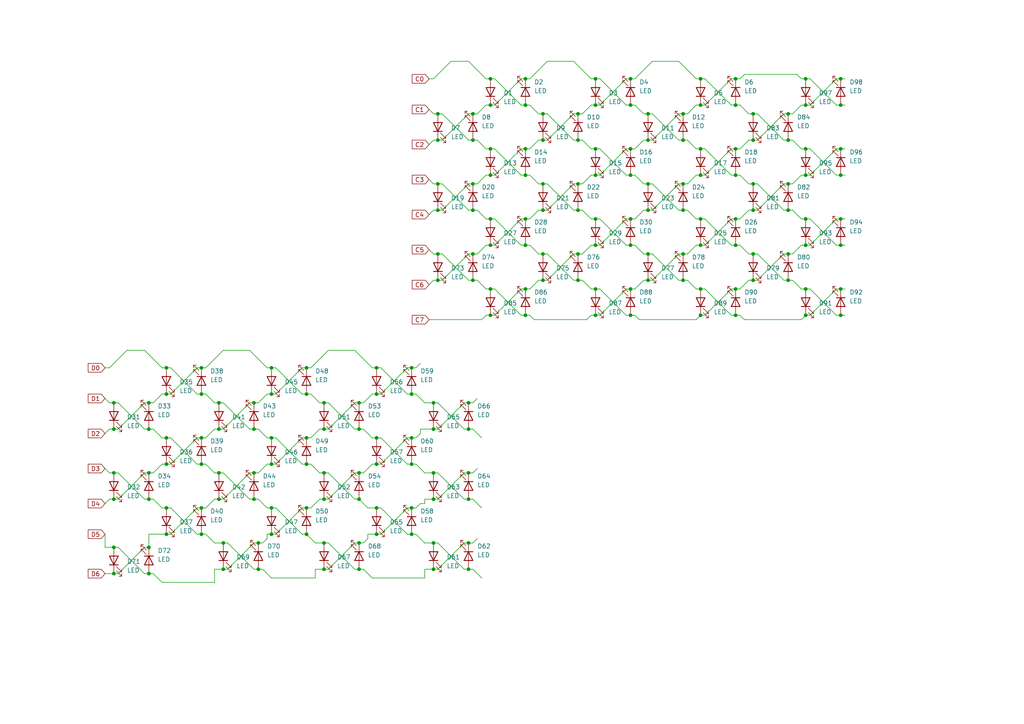
<source format=kicad_sch>
(kicad_sch (version 20250114) (generator "eeschema") (generator_version "9.0")
  (paper "A4")
  (junction (at 104.14 137.16))
  (junction (at 63.5 116.84))
  (junction (at 74.93 157.48))
  (junction (at 78.74 134.62))
  (junction (at 109.22 106.68))
  (junction (at 233.68 43.18))
  (junction (at 58.42 127))
  (junction (at 48.26 154.94))
  (junction (at 48.26 147.32))
  (junction (at 127 53.34))
  (junction (at 228.6 40.64))
  (junction (at 182.88 91.44))
  (junction (at 63.5 144.78))
  (junction (at 104.14 124.46))
  (junction (at 198.12 60.96))
  (junction (at 213.36 71.12))
  (junction (at 109.22 127))
  (junction (at 233.68 71.12))
  (junction (at 157.48 53.34))
  (junction (at 125.73 165.1))
  (junction (at 152.4 83.82))
  (junction (at 203.2 63.5))
  (junction (at 125.73 116.84))
  (junction (at 152.4 43.18))
  (junction (at 142.24 91.44))
  (junction (at 93.98 157.48))
  (junction (at 33.02 166.37))
  (junction (at 78.74 127))
  (junction (at 213.36 43.18))
  (junction (at 187.96 33.02))
  (junction (at 182.88 43.18))
  (junction (at 104.14 116.84))
  (junction (at 78.74 147.32))
  (junction (at 127 60.96))
  (junction (at 218.44 53.34))
  (junction (at 119.38 134.62))
  (junction (at 88.9 106.68))
  (junction (at 109.22 154.94))
  (junction (at 73.66 116.84))
  (junction (at 198.12 40.64))
  (junction (at 142.24 30.48))
  (junction (at 74.93 165.1))
  (junction (at 203.2 83.82))
  (junction (at 218.44 40.64))
  (junction (at 93.98 116.84))
  (junction (at 127 81.28))
  (junction (at 43.18 124.46))
  (junction (at 243.84 43.18))
  (junction (at 233.68 50.8))
  (junction (at 213.36 50.8))
  (junction (at 243.84 50.8))
  (junction (at 218.44 73.66))
  (junction (at 172.72 91.44))
  (junction (at 172.72 43.18))
  (junction (at 88.9 154.94))
  (junction (at 167.64 40.64))
  (junction (at 203.2 30.48))
  (junction (at 78.74 154.94))
  (junction (at 167.64 53.34))
  (junction (at 43.18 116.84))
  (junction (at 213.36 91.44))
  (junction (at 137.16 40.64))
  (junction (at 125.73 144.78))
  (junction (at 157.48 73.66))
  (junction (at 228.6 33.02))
  (junction (at 203.2 91.44))
  (junction (at 167.64 60.96))
  (junction (at 187.96 40.64))
  (junction (at 152.4 50.8))
  (junction (at 127 73.66))
  (junction (at 142.24 71.12))
  (junction (at 182.88 83.82))
  (junction (at 243.84 83.82))
  (junction (at 203.2 50.8))
  (junction (at 137.16 73.66))
  (junction (at 88.9 127))
  (junction (at 142.24 50.8))
  (junction (at 182.88 30.48))
  (junction (at 228.6 53.34))
  (junction (at 48.26 134.62))
  (junction (at 172.72 50.8))
  (junction (at 48.26 127))
  (junction (at 33.02 158.75))
  (junction (at 243.84 91.44))
  (junction (at 58.42 147.32))
  (junction (at 198.12 73.66))
  (junction (at 157.48 33.02))
  (junction (at 63.5 124.46))
  (junction (at 152.4 63.5))
  (junction (at 33.02 144.78))
  (junction (at 198.12 53.34))
  (junction (at 142.24 43.18))
  (junction (at 43.18 158.75))
  (junction (at 182.88 63.5))
  (junction (at 119.38 114.3))
  (junction (at 142.24 22.86))
  (junction (at 104.14 157.48))
  (junction (at 152.4 91.44))
  (junction (at 78.74 106.68))
  (junction (at 233.68 91.44))
  (junction (at 135.89 124.46))
  (junction (at 157.48 40.64))
  (junction (at 187.96 60.96))
  (junction (at 64.77 157.48))
  (junction (at 135.89 137.16))
  (junction (at 182.88 50.8))
  (junction (at 167.64 81.28))
  (junction (at 58.42 114.3))
  (junction (at 213.36 22.86))
  (junction (at 233.68 30.48))
  (junction (at 58.42 154.94))
  (junction (at 48.26 114.3))
  (junction (at 93.98 165.1))
  (junction (at 109.22 114.3))
  (junction (at 198.12 33.02))
  (junction (at 228.6 81.28))
  (junction (at 33.02 137.16))
  (junction (at 228.6 60.96))
  (junction (at 203.2 43.18))
  (junction (at 228.6 73.66))
  (junction (at 63.5 137.16))
  (junction (at 243.84 71.12))
  (junction (at 127 33.02))
  (junction (at 119.38 147.32))
  (junction (at 135.89 144.78))
  (junction (at 182.88 22.86))
  (junction (at 33.02 116.84))
  (junction (at 172.72 63.5))
  (junction (at 142.24 83.82))
  (junction (at 127 40.64))
  (junction (at 172.72 22.86))
  (junction (at 198.12 81.28))
  (junction (at 218.44 33.02))
  (junction (at 43.18 137.16))
  (junction (at 119.38 127))
  (junction (at 152.4 71.12))
  (junction (at 137.16 81.28))
  (junction (at 135.89 157.48))
  (junction (at 233.68 22.86))
  (junction (at 58.42 106.68))
  (junction (at 125.73 157.48))
  (junction (at 43.18 166.37))
  (junction (at 213.36 30.48))
  (junction (at 152.4 30.48))
  (junction (at 172.72 83.82))
  (junction (at 243.84 63.5))
  (junction (at 125.73 124.46))
  (junction (at 119.38 154.94))
  (junction (at 203.2 71.12))
  (junction (at 218.44 60.96))
  (junction (at 109.22 134.62))
  (junction (at 73.66 137.16))
  (junction (at 137.16 60.96))
  (junction (at 137.16 33.02))
  (junction (at 64.77 165.1))
  (junction (at 48.26 106.68))
  (junction (at 218.44 81.28))
  (junction (at 88.9 134.62))
  (junction (at 93.98 137.16))
  (junction (at 182.88 71.12))
  (junction (at 43.18 144.78))
  (junction (at 233.68 83.82))
  (junction (at 88.9 114.3))
  (junction (at 243.84 22.86))
  (junction (at 73.66 124.46))
  (junction (at 93.98 144.78))
  (junction (at 172.72 71.12))
  (junction (at 213.36 63.5))
  (junction (at 203.2 22.86))
  (junction (at 167.64 73.66))
  (junction (at 142.24 63.5))
  (junction (at 157.48 81.28))
  (junction (at 125.73 137.16))
  (junction (at 233.68 63.5))
  (junction (at 187.96 81.28))
  (junction (at 213.36 83.82))
  (junction (at 243.84 30.48))
  (junction (at 33.02 124.46))
  (junction (at 172.72 30.48))
  (junction (at 157.48 60.96))
  (junction (at 73.66 144.78))
  (junction (at 104.14 165.1))
  (junction (at 152.4 22.86))
  (junction (at 135.89 116.84))
  (junction (at 135.89 165.1))
  (junction (at 109.22 147.32))
  (junction (at 88.9 147.32))
  (junction (at 119.38 106.68))
  (junction (at 187.96 53.34))
  (junction (at 137.16 53.34))
  (junction (at 78.74 114.3))
  (junction (at 93.98 124.46))
  (junction (at 104.14 144.78))
  (junction (at 167.64 33.02))
  (junction (at 58.42 134.62))
  (junction (at 187.96 73.66))
  (wire (pts (xy 125.73 116.84) (xy 127 116.84)))
  (wire (pts (xy 78.74 127) (xy 80.01 127)))
  (wire (pts (xy 187.96 53.34) (xy 189.23 53.34)))
  (wire (pts (xy 58.42 134.62) (xy 59.69 134.62)))
  (wire (pts (xy 73.66 124.46) (xy 74.93 124.46)))
  (wire (pts (xy 168.91 33.02) (xy 171.45 30.48)))
  (wire (pts (xy 151.13 30.48) (xy 152.4 30.48)))
  (wire (pts (xy 118.11 114.3) (xy 119.38 114.3)))
  (wire (pts (xy 213.36 63.5) (xy 212.09 63.5)))
  (wire (pts (xy 124.46 52.07) (xy 125.73 53.34)))
  (wire (pts (xy 46.99 168.91) (xy 62.23 168.91)))
  (wire (pts (xy 158.75 81.28) (xy 157.48 81.28)))
  (wire (pts (xy 213.36 43.18) (xy 212.09 43.18)))
  (wire (pts (xy 137.16 53.34) (xy 135.89 53.34)))
  (wire (pts (xy 229.87 33.02) (xy 232.41 30.48)))
  (wire (pts (xy 219.71 60.96) (xy 218.44 60.96)))
  (wire (pts (xy 152.4 43.18) (xy 153.67 43.18)))
  (wire (pts (xy 196.85 60.96) (xy 198.12 60.96)))
  (wire (pts (xy 41.91 144.78) (xy 43.18 144.78)))
  (wire (pts (xy 212.09 50.8) (xy 213.36 50.8)))
  (wire (pts (xy 135.89 157.48) (xy 137.16 157.48)))
  (wire (pts (xy 232.41 63.5) (xy 229.87 60.96)))
  (wire (pts (xy 49.53 127) (xy 57.15 134.62)))
  (wire (pts (xy 88.9 106.68) (xy 90.17 106.68)))
  (wire (pts (xy 127 73.66) (xy 125.73 73.66)))
  (wire (pts (xy 43.18 124.46) (xy 44.45 124.46)))
  (wire (pts (xy 158.75 40.64) (xy 157.48 40.64)))
  (wire (pts (xy 152.4 22.86) (xy 151.13 22.86)))
  (wire (pts (xy 151.13 91.44) (xy 152.4 91.44)))
  (wire (pts (xy 153.67 83.82) (xy 156.21 81.28)))
  (wire (pts (xy 43.18 137.16) (xy 41.91 137.16)))
  (wire (pts (xy 219.71 33.02) (xy 227.33 40.64)))
  (wire (pts (xy 137.16 137.16) (xy 138.43 135.89)))
  (wire (pts (xy 41.91 124.46) (xy 43.18 124.46)))
  (wire (pts (xy 187.96 73.66) (xy 189.23 73.66)))
  (wire (pts (xy 212.09 83.82) (xy 204.47 91.44)))
  (wire (pts (xy 138.43 53.34) (xy 140.97 50.8)))
  (wire (pts (xy 157.48 40.64) (xy 156.21 40.64)))
  (wire (pts (xy 135.89 33.02) (xy 128.27 40.64)))
  (wire (pts (xy 63.5 137.16) (xy 62.23 137.16)))
  (wire (pts (xy 120.65 154.94) (xy 123.19 157.48)))
  (wire (pts (xy 125.73 157.48) (xy 123.19 157.48)))
  (wire (pts (xy 34.29 144.78) (xy 33.02 144.78)))
  (wire (pts (xy 242.57 43.18) (xy 243.84 43.18)))
  (wire (pts (xy 203.2 22.86) (xy 201.93 22.86)))
  (wire (pts (xy 41.91 101.6) (xy 36.83 101.6)))
  (wire (pts (xy 93.98 157.48) (xy 95.25 157.48)))
  (wire (pts (xy 109.22 114.3) (xy 107.95 114.3)))
  (wire (pts (xy 125.73 157.48) (xy 127 157.48)))
  (wire (pts (xy 41.91 101.6) (xy 46.99 106.68)))
  (wire (pts (xy 93.98 124.46) (xy 92.71 124.46)))
  (wire (pts (xy 234.95 63.5) (xy 242.57 71.12)))
  (wire (pts (xy 212.09 83.82) (xy 213.36 83.82)))
  (wire (pts (xy 143.51 30.48) (xy 142.24 30.48)))
  (wire (pts (xy 196.85 33.02) (xy 189.23 40.64)))
  (wire (pts (xy 138.43 73.66) (xy 140.97 71.12)))
  (wire (pts (xy 43.18 158.75) (xy 43.18 154.94)))
  (wire (pts (xy 173.99 43.18) (xy 181.61 50.8)))
  (wire (pts (xy 184.15 83.82) (xy 186.69 81.28)))
  (wire (pts (xy 184.15 43.18) (xy 186.69 40.64)))
  (wire (pts (xy 33.02 124.46) (xy 31.75 124.46)))
  (wire (pts (xy 34.29 158.75) (xy 41.91 166.37)))
  (wire (pts (xy 72.39 137.16) (xy 64.77 144.78)))
  (wire (pts (xy 167.64 73.66) (xy 168.91 73.66)))
  (wire (pts (xy 109.22 127) (xy 110.49 127)))
  (wire (pts (xy 137.16 81.28) (xy 138.43 81.28)))
  (wire (pts (xy 36.83 101.6) (xy 31.75 106.68)))
  (wire (pts (xy 134.62 165.1) (xy 135.89 165.1)))
  (wire (pts (xy 154.94 92.71) (xy 170.18 92.71)))
  (wire (pts (xy 33.02 166.37) (xy 30.48 166.37)))
  (wire (pts (xy 124.46 72.39) (xy 125.73 73.66)))
  (wire (pts (xy 48.26 106.68) (xy 46.99 106.68)))
  (wire (pts (xy 76.2 165.1) (xy 78.74 167.64)))
  (wire (pts (xy 152.4 83.82) (xy 153.67 83.82)))
  (wire (pts (xy 173.99 50.8) (xy 172.72 50.8)))
  (wire (pts (xy 233.68 83.82) (xy 234.95 83.82)))
  (wire (pts (xy 181.61 83.82) (xy 173.99 91.44)))
  (wire (pts (xy 157.48 73.66) (xy 158.75 73.66)))
  (wire (pts (xy 44.45 137.16) (xy 46.99 134.62)))
  (wire (pts (xy 213.36 91.44) (xy 214.63 91.44)))
  (wire (pts (xy 125.73 116.84) (xy 123.19 116.84)))
  (wire (pts (xy 212.09 43.18) (xy 204.47 50.8)))
  (wire (pts (xy 88.9 127) (xy 90.17 127)))
  (wire (pts (xy 137.16 116.84) (xy 138.43 115.57)))
  (wire (pts (xy 78.74 147.32) (xy 77.47 147.32)))
  (wire (pts (xy 143.51 83.82) (xy 151.13 91.44)))
  (wire (pts (xy 227.33 53.34) (xy 219.71 60.96)))
  (wire (pts (xy 127 116.84) (xy 134.62 124.46)))
  (wire (pts (xy 64.77 157.48) (xy 62.23 157.48)))
  (wire (pts (xy 104.14 137.16) (xy 105.41 137.16)))
  (wire (pts (xy 167.64 81.28) (xy 168.91 81.28)))
  (wire (pts (xy 30.48 146.05) (xy 31.75 144.78)))
  (wire (pts (xy 49.53 134.62) (xy 48.26 134.62)))
  (wire (pts (xy 124.46 41.91) (xy 125.73 40.64)))
  (wire (pts (xy 135.89 73.66) (xy 128.27 81.28)))
  (wire (pts (xy 172.72 83.82) (xy 173.99 83.82)))
  (wire (pts (xy 127 165.1) (xy 125.73 165.1)))
  (wire (pts (xy 166.37 60.96) (xy 167.64 60.96)))
  (wire (pts (xy 228.6 73.66) (xy 227.33 73.66)))
  (wire (pts (xy 57.15 154.94) (xy 58.42 154.94)))
  (wire (pts (xy 74.93 157.48) (xy 73.66 157.48)))
  (wire (pts (xy 57.15 134.62) (xy 58.42 134.62)))
  (wire (pts (xy 184.15 22.86) (xy 189.23 17.78)))
  (wire (pts (xy 44.45 166.37) (xy 46.99 168.91)))
  (wire (pts (xy 143.51 50.8) (xy 142.24 50.8)))
  (wire (pts (xy 120.65 147.32) (xy 121.92 146.05)))
  (wire (pts (xy 120.65 134.62) (xy 123.19 137.16)))
  (wire (pts (xy 80.01 114.3) (xy 78.74 114.3)))
  (wire (pts (xy 152.4 63.5) (xy 153.67 63.5)))
  (wire (pts (xy 64.77 157.48) (xy 66.04 157.48)))
  (wire (pts (xy 182.88 43.18) (xy 184.15 43.18)))
  (wire (pts (xy 88.9 114.3) (xy 90.17 114.3)))
  (wire (pts (xy 151.13 50.8) (xy 152.4 50.8)))
  (wire (pts (xy 137.16 53.34) (xy 138.43 53.34)))
  (wire (pts (xy 242.57 50.8) (xy 243.84 50.8)))
  (wire (pts (xy 181.61 43.18) (xy 173.99 50.8)))
  (wire (pts (xy 73.66 157.48) (xy 66.04 165.1)))
  (wire (pts (xy 135.89 124.46) (xy 137.16 124.46)))
  (wire (pts (xy 158.75 53.34) (xy 166.37 60.96)))
  (wire (pts (xy 90.17 106.68) (xy 95.25 101.6)))
  (wire (pts (xy 181.61 50.8) (xy 182.88 50.8)))
  (wire (pts (xy 214.63 30.48) (xy 217.17 33.02)))
  (wire (pts (xy 157.48 53.34) (xy 156.21 53.34)))
  (wire (pts (xy 219.71 53.34) (xy 227.33 60.96)))
  (wire (pts (xy 212.09 30.48) (xy 213.36 30.48)))
  (wire (pts (xy 105.41 137.16) (xy 107.95 134.62)))
  (wire (pts (xy 43.18 158.75) (xy 41.91 158.75)))
  (wire (pts (xy 152.4 50.8) (xy 153.67 50.8)))
  (wire (pts (xy 228.6 81.28) (xy 229.87 81.28)))
  (wire (pts (xy 203.2 43.18) (xy 201.93 43.18)))
  (wire (pts (xy 137.16 33.02) (xy 135.89 33.02)))
  (wire (pts (xy 137.16 60.96) (xy 138.43 60.96)))
  (wire (pts (xy 143.51 63.5) (xy 151.13 71.12)))
  (wire (pts (xy 41.91 158.75) (xy 34.29 166.37)))
  (wire (pts (xy 59.69 134.62) (xy 62.23 137.16)))
  (wire (pts (xy 88.9 127) (xy 87.63 127)))
  (wire (pts (xy 142.24 71.12) (xy 140.97 71.12)))
  (wire (pts (xy 80.01 106.68) (xy 87.63 114.3)))
  (wire (pts (xy 187.96 60.96) (xy 186.69 60.96)))
  (wire (pts (xy 130.81 17.78) (xy 125.73 22.86)))
  (wire (pts (xy 232.41 83.82) (xy 233.68 83.82)))
  (wire (pts (xy 125.73 144.78) (xy 123.19 144.78)))
  (wire (pts (xy 43.18 166.37) (xy 44.45 166.37)))
  (wire (pts (xy 232.41 22.86) (xy 233.68 22.86)))
  (wire (pts (xy 137.16 73.66) (xy 138.43 73.66)))
  (wire (pts (xy 227.33 33.02) (xy 219.71 40.64)))
  (wire (pts (xy 198.12 33.02) (xy 196.85 33.02)))
  (wire (pts (xy 64.77 116.84) (xy 72.39 124.46)))
  (wire (pts (xy 142.24 83.82) (xy 140.97 83.82)))
  (wire (pts (xy 243.84 91.44) (xy 245.11 91.44)))
  (wire (pts (xy 80.01 134.62) (xy 78.74 134.62)))
  (wire (pts (xy 143.51 91.44) (xy 142.24 91.44)))
  (wire (pts (xy 152.4 30.48) (xy 153.67 30.48)))
  (wire (pts (xy 198.12 33.02) (xy 199.39 33.02)))
  (wire (pts (xy 153.67 91.44) (xy 154.94 92.71)))
  (wire (pts (xy 212.09 22.86) (xy 204.47 30.48)))
  (wire (pts (xy 181.61 91.44) (xy 182.88 91.44)))
  (wire (pts (xy 213.36 83.82) (xy 214.63 83.82)))
  (wire (pts (xy 127 33.02) (xy 128.27 33.02)))
  (wire (pts (xy 64.77 124.46) (xy 63.5 124.46)))
  (wire (pts (xy 58.42 127) (xy 57.15 127)))
  (wire (pts (xy 95.25 144.78) (xy 93.98 144.78)))
  (wire (pts (xy 218.44 73.66) (xy 217.17 73.66)))
  (wire (pts (xy 134.62 137.16) (xy 127 144.78)))
  (wire (pts (xy 212.09 63.5) (xy 204.47 71.12)))
  (wire (pts (xy 138.43 40.64) (xy 140.97 43.18)))
  (wire (pts (xy 203.2 50.8) (xy 201.93 50.8)))
  (wire (pts (xy 109.22 134.62) (xy 107.95 134.62)))
  (wire (pts (xy 137.16 40.64) (xy 138.43 40.64)))
  (wire (pts (xy 189.23 17.78) (xy 196.85 17.78)))
  (wire (pts (xy 73.66 165.1) (xy 74.93 165.1)))
  (wire (pts (xy 185.42 92.71) (xy 201.93 92.71)))
  (wire (pts (xy 227.33 60.96) (xy 228.6 60.96)))
  (wire (pts (xy 109.22 106.68) (xy 110.49 106.68)))
  (wire (pts (xy 189.23 33.02) (xy 196.85 40.64)))
  (wire (pts (xy 93.98 116.84) (xy 95.25 116.84)))
  (wire (pts (xy 43.18 154.94) (xy 48.26 154.94)))
  (wire (pts (xy 59.69 106.68) (xy 64.77 101.6)))
  (wire (pts (xy 127 81.28) (xy 125.73 81.28)))
  (wire (pts (xy 64.77 165.1) (xy 62.23 165.1)))
  (wire (pts (xy 143.51 71.12) (xy 142.24 71.12)))
  (wire (pts (xy 44.45 124.46) (xy 46.99 127)))
  (wire (pts (xy 151.13 22.86) (xy 143.51 30.48)))
  (wire (pts (xy 215.9 21.59) (xy 231.14 21.59)))
  (wire (pts (xy 124.46 92.71) (xy 139.7 92.71)))
  (wire (pts (xy 203.2 63.5) (xy 201.93 63.5)))
  (wire (pts (xy 123.19 146.05) (xy 121.92 146.05)))
  (wire (pts (xy 104.14 157.48) (xy 102.87 157.48)))
  (wire (pts (xy 30.48 125.73) (xy 31.75 124.46)))
  (wire (pts (xy 135.89 53.34) (xy 128.27 60.96)))
  (wire (pts (xy 182.88 22.86) (xy 181.61 22.86)))
  (wire (pts (xy 234.95 43.18) (xy 242.57 50.8)))
  (wire (pts (xy 158.75 33.02) (xy 166.37 40.64)))
  (wire (pts (xy 157.48 81.28) (xy 156.21 81.28)))
  (wire (pts (xy 110.49 154.94) (xy 109.22 154.94)))
  (wire (pts (xy 172.72 71.12) (xy 171.45 71.12)))
  (wire (pts (xy 125.73 137.16) (xy 127 137.16)))
  (wire (pts (xy 182.88 43.18) (xy 181.61 43.18)))
  (wire (pts (xy 135.89 60.96) (xy 137.16 60.96)))
  (wire (pts (xy 78.74 106.68) (xy 77.47 106.68)))
  (wire (pts (xy 119.38 127) (xy 118.11 127)))
  (wire (pts (xy 118.11 106.68) (xy 110.49 114.3)))
  (wire (pts (xy 135.89 157.48) (xy 134.62 157.48)))
  (wire (pts (xy 142.24 43.18) (xy 143.51 43.18)))
  (wire (pts (xy 119.38 127) (xy 120.65 127)))
  (wire (pts (xy 58.42 127) (xy 59.69 127)))
  (wire (pts (xy 213.36 30.48) (xy 214.63 30.48)))
  (wire (pts (xy 196.85 81.28) (xy 198.12 81.28)))
  (wire (pts (xy 138.43 60.96) (xy 140.97 63.5)))
  (wire (pts (xy 214.63 43.18) (xy 217.17 40.64)))
  (wire (pts (xy 30.48 106.68) (xy 31.75 106.68)))
  (wire (pts (xy 157.48 53.34) (xy 158.75 53.34)))
  (wire (pts (xy 215.9 92.71) (xy 232.41 92.71)))
  (wire (pts (xy 93.98 116.84) (xy 92.71 116.84)))
  (wire (pts (xy 80.01 154.94) (xy 78.74 154.94)))
  (wire (pts (xy 104.14 144.78) (xy 106.68 147.32)))
  (wire (pts (xy 34.29 137.16) (xy 41.91 144.78)))
  (wire (pts (xy 119.38 147.32) (xy 118.11 147.32)))
  (wire (pts (xy 78.74 147.32) (xy 80.01 147.32)))
  (wire (pts (xy 189.23 40.64) (xy 187.96 40.64)))
  (wire (pts (xy 119.38 106.68) (xy 120.65 106.68)))
  (wire (pts (xy 137.16 33.02) (xy 138.43 33.02)))
  (wire (pts (xy 135.89 40.64) (xy 137.16 40.64)))
  (wire (pts (xy 142.24 91.44) (xy 140.97 91.44)))
  (wire (pts (xy 166.37 17.78) (xy 158.75 17.78)))
  (wire (pts (xy 166.37 81.28) (xy 167.64 81.28)))
  (wire (pts (xy 204.47 91.44) (xy 203.2 91.44)))
  (wire (pts (xy 242.57 91.44) (xy 243.84 91.44)))
  (wire (pts (xy 182.88 83.82) (xy 181.61 83.82)))
  (wire (pts (xy 63.5 137.16) (xy 64.77 137.16)))
  (wire (pts (xy 119.38 147.32) (xy 120.65 147.32)))
  (wire (pts (xy 33.02 116.84) (xy 31.75 116.84)))
  (wire (pts (xy 137.16 157.48) (xy 138.43 156.21)))
  (wire (pts (xy 87.63 134.62) (xy 88.9 134.62)))
  (wire (pts (xy 187.96 33.02) (xy 189.23 33.02)))
  (wire (pts (xy 41.91 166.37) (xy 43.18 166.37)))
  (wire (pts (xy 74.93 116.84) (xy 77.47 114.3)))
  (wire (pts (xy 134.62 157.48) (xy 127 165.1)))
  (wire (pts (xy 49.53 147.32) (xy 57.15 154.94)))
  (wire (pts (xy 78.74 167.64) (xy 91.44 167.64)))
  (wire (pts (xy 218.44 40.64) (xy 217.17 40.64)))
  (wire (pts (xy 243.84 43.18) (xy 245.11 43.18)))
  (wire (pts (xy 151.13 43.18) (xy 143.51 50.8)))
  (wire (pts (xy 104.14 137.16) (xy 102.87 137.16)))
  (wire (pts (xy 218.44 33.02) (xy 219.71 33.02)))
  (wire (pts (xy 105.41 124.46) (xy 107.95 127)))
  (wire (pts (xy 87.63 114.3) (xy 88.9 114.3)))
  (wire (pts (xy 87.63 154.94) (xy 88.9 154.94)))
  (wire (pts (xy 218.44 33.02) (xy 217.17 33.02)))
  (wire (pts (xy 135.89 116.84) (xy 134.62 116.84)))
  (wire (pts (xy 88.9 154.94) (xy 91.44 157.48)))
  (wire (pts (xy 198.12 60.96) (xy 199.39 60.96)))
  (wire (pts (xy 43.18 116.84) (xy 44.45 116.84)))
  (wire (pts (xy 181.61 71.12) (xy 182.88 71.12)))
  (wire (pts (xy 217.17 73.66) (xy 214.63 71.12)))
  (wire (pts (xy 121.92 124.46) (xy 125.73 124.46)))
  (wire (pts (xy 49.53 154.94) (xy 48.26 154.94)))
  (wire (pts (xy 167.64 60.96) (xy 168.91 60.96)))
  (wire (pts (xy 242.57 83.82) (xy 234.95 91.44)))
  (wire (pts (xy 198.12 81.28) (xy 199.39 81.28)))
  (wire (pts (xy 152.4 83.82) (xy 151.13 83.82)))
  (wire (pts (xy 74.93 144.78) (xy 77.47 147.32)))
  (wire (pts (xy 109.22 106.68) (xy 107.95 106.68)))
  (wire (pts (xy 172.72 63.5) (xy 173.99 63.5)))
  (wire (pts (xy 134.62 124.46) (xy 135.89 124.46)))
  (wire (pts (xy 41.91 116.84) (xy 34.29 124.46)))
  (wire (pts (xy 213.36 71.12) (xy 214.63 71.12)))
  (wire (pts (xy 243.84 30.48) (xy 245.11 30.48)))
  (wire (pts (xy 228.6 33.02) (xy 229.87 33.02)))
  (wire (pts (xy 142.24 83.82) (xy 143.51 83.82)))
  (wire (pts (xy 72.39 101.6) (xy 64.77 101.6)))
  (wire (pts (xy 142.24 30.48) (xy 140.97 30.48)))
  (wire (pts (xy 158.75 60.96) (xy 157.48 60.96)))
  (wire (pts (xy 104.14 124.46) (xy 105.41 124.46)))
  (wire (pts (xy 212.09 91.44) (xy 213.36 91.44)))
  (wire (pts (xy 64.77 144.78) (xy 63.5 144.78)))
  (wire (pts (xy 48.26 147.32) (xy 49.53 147.32)))
  (wire (pts (xy 48.26 127) (xy 49.53 127)))
  (wire (pts (xy 137.16 144.78) (xy 139.7 147.32)))
  (wire (pts (xy 128.27 40.64) (xy 127 40.64)))
  (wire (pts (xy 63.5 124.46) (xy 62.23 124.46)))
  (wire (pts (xy 135.89 165.1) (xy 137.16 165.1)))
  (wire (pts (xy 198.12 53.34) (xy 196.85 53.34)))
  (wire (pts (xy 232.41 22.86) (xy 231.14 21.59)))
  (wire (pts (xy 196.85 73.66) (xy 189.23 81.28)))
  (wire (pts (xy 214.63 83.82) (xy 217.17 81.28)))
  (wire (pts (xy 181.61 30.48) (xy 182.88 30.48)))
  (wire (pts (xy 137.16 124.46) (xy 139.7 127)))
  (wire (pts (xy 59.69 154.94) (xy 62.23 157.48)))
  (wire (pts (xy 170.18 92.71) (xy 171.45 91.44)))
  (wire (pts (xy 73.66 137.16) (xy 74.93 137.16)))
  (wire (pts (xy 58.42 147.32) (xy 59.69 147.32)))
  (wire (pts (xy 234.95 71.12) (xy 233.68 71.12)))
  (wire (pts (xy 135.89 144.78) (xy 137.16 144.78)))
  (wire (pts (xy 74.93 124.46) (xy 77.47 127)))
  (wire (pts (xy 88.9 134.62) (xy 90.17 134.62)))
  (wire (pts (xy 142.24 22.86) (xy 140.97 22.86)))
  (wire (pts (xy 199.39 60.96) (xy 201.93 63.5)))
  (wire (pts (xy 243.84 22.86) (xy 245.11 22.86)))
  (wire (pts (xy 173.99 30.48) (xy 172.72 30.48)))
  (wire (pts (xy 153.67 43.18) (xy 156.21 40.64)))
  (wire (pts (xy 243.84 63.5) (xy 245.11 63.5)))
  (wire (pts (xy 34.29 116.84) (xy 41.91 124.46)))
  (wire (pts (xy 173.99 83.82) (xy 181.61 91.44)))
  (wire (pts (xy 218.44 53.34) (xy 217.17 53.34)))
  (wire (pts (xy 243.84 50.8) (xy 245.11 50.8)))
  (wire (pts (xy 102.87 144.78) (xy 104.14 144.78)))
  (wire (pts (xy 166.37 53.34) (xy 158.75 60.96)))
  (wire (pts (xy 30.48 115.57) (xy 31.75 116.84)))
  (wire (pts (xy 127 33.02) (xy 125.73 33.02)))
  (wire (pts (xy 33.02 137.16) (xy 31.75 137.16)))
  (wire (pts (xy 203.2 30.48) (xy 201.93 30.48)))
  (wire (pts (xy 218.44 53.34) (xy 219.71 53.34)))
  (wire (pts (xy 142.24 63.5) (xy 143.51 63.5)))
  (wire (pts (xy 142.24 43.18) (xy 140.97 43.18)))
  (wire (pts (xy 228.6 33.02) (xy 227.33 33.02)))
  (wire (pts (xy 78.74 127) (xy 77.47 127)))
  (wire (pts (xy 234.95 91.44) (xy 233.68 91.44)))
  (wire (pts (xy 127 60.96) (xy 125.73 60.96)))
  (wire (pts (xy 232.41 71.12) (xy 233.68 71.12)))
  (wire (pts (xy 182.88 22.86) (xy 184.15 22.86)))
  (wire (pts (xy 104.14 165.1) (xy 105.41 165.1)))
  (wire (pts (xy 152.4 63.5) (xy 151.13 63.5)))
  (wire (pts (xy 125.73 165.1) (xy 123.19 165.1)))
  (wire (pts (xy 204.47 43.18) (xy 212.09 50.8)))
  (wire (pts (xy 127 144.78) (xy 125.73 144.78)))
  (wire (pts (xy 95.25 101.6) (xy 102.87 101.6)))
  (wire (pts (xy 196.85 17.78) (xy 201.93 22.86)))
  (wire (pts (xy 218.44 73.66) (xy 219.71 73.66)))
  (wire (pts (xy 152.4 91.44) (xy 153.67 91.44)))
  (wire (pts (xy 95.25 165.1) (xy 93.98 165.1)))
  (wire (pts (xy 104.14 116.84) (xy 105.41 116.84)))
  (wire (pts (xy 73.66 144.78) (xy 74.93 144.78)))
  (wire (pts (xy 135.89 17.78) (xy 140.97 22.86)))
  (wire (pts (xy 234.95 22.86) (xy 242.57 30.48)))
  (wire (pts (xy 232.41 92.71) (xy 233.68 91.44)))
  (wire (pts (xy 63.5 116.84) (xy 64.77 116.84)))
  (wire (pts (xy 118.11 154.94) (xy 119.38 154.94)))
  (wire (pts (xy 242.57 30.48) (xy 243.84 30.48)))
  (wire (pts (xy 201.93 92.71) (xy 203.2 91.44)))
  (wire (pts (xy 105.41 165.1) (xy 107.95 167.64)))
  (wire (pts (xy 74.93 165.1) (xy 76.2 165.1)))
  (wire (pts (xy 118.11 147.32) (xy 110.49 154.94)))
  (wire (pts (xy 212.09 71.12) (xy 213.36 71.12)))
  (wire (pts (xy 34.29 166.37) (xy 33.02 166.37)))
  (wire (pts (xy 49.53 106.68) (xy 57.15 114.3)))
  (wire (pts (xy 184.15 83.82) (xy 182.88 83.82)))
  (wire (pts (xy 87.63 127) (xy 80.01 134.62)))
  (wire (pts (xy 58.42 106.68) (xy 57.15 106.68)))
  (wire (pts (xy 62.23 168.91) (xy 62.23 165.1)))
  (wire (pts (xy 93.98 137.16) (xy 95.25 137.16)))
  (wire (pts (xy 44.45 144.78) (xy 46.99 147.32)))
  (wire (pts (xy 152.4 43.18) (xy 151.13 43.18)))
  (wire (pts (xy 218.44 60.96) (xy 217.17 60.96)))
  (wire (pts (xy 182.88 63.5) (xy 184.15 63.5)))
  (wire (pts (xy 134.62 116.84) (xy 127 124.46)))
  (wire (pts (xy 187.96 33.02) (xy 186.69 33.02)))
  (wire (pts (xy 204.47 30.48) (xy 203.2 30.48)))
  (wire (pts (xy 168.91 53.34) (xy 171.45 50.8)))
  (wire (pts (xy 109.22 147.32) (xy 106.68 147.32)))
  (wire (pts (xy 48.26 127) (xy 46.99 127)))
  (wire (pts (xy 198.12 53.34) (xy 199.39 53.34)))
  (wire (pts (xy 33.02 137.16) (xy 34.29 137.16)))
  (wire (pts (xy 213.36 22.86) (xy 214.63 22.86)))
  (wire (pts (xy 234.95 50.8) (xy 233.68 50.8)))
  (wire (pts (xy 189.23 53.34) (xy 196.85 60.96)))
  (wire (pts (xy 204.47 22.86) (xy 212.09 30.48)))
  (wire (pts (xy 142.24 22.86) (xy 143.51 22.86)))
  (wire (pts (xy 57.15 127) (xy 49.53 134.62)))
  (wire (pts (xy 166.37 17.78) (xy 171.45 22.86)))
  (wire (pts (xy 168.91 81.28) (xy 171.45 83.82)))
  (wire (pts (xy 73.66 137.16) (xy 72.39 137.16)))
  (wire (pts (xy 138.43 81.28) (xy 140.97 83.82)))
  (wire (pts (xy 43.18 137.16) (xy 44.45 137.16)))
  (wire (pts (xy 167.64 53.34) (xy 168.91 53.34)))
  (wire (pts (xy 151.13 71.12) (xy 152.4 71.12)))
  (wire (pts (xy 127 53.34) (xy 125.73 53.34)))
  (wire (pts (xy 168.91 73.66) (xy 171.45 71.12)))
  (wire (pts (xy 87.63 106.68) (xy 80.01 114.3)))
  (wire (pts (xy 91.44 167.64) (xy 91.44 165.1)))
  (wire (pts (xy 157.48 33.02) (xy 158.75 33.02)))
  (wire (pts (xy 30.48 135.89) (xy 31.75 137.16)))
  (wire (pts (xy 78.74 106.68) (xy 80.01 106.68)))
  (wire (pts (xy 184.15 50.8) (xy 186.69 53.34)))
  (wire (pts (xy 64.77 137.16) (xy 72.39 144.78)))
  (wire (pts (xy 151.13 63.5) (xy 143.51 71.12)))
  (wire (pts (xy 105.41 157.48) (xy 106.68 156.21)))
  (wire (pts (xy 213.36 22.86) (xy 212.09 22.86)))
  (wire (pts (xy 124.46 82.55) (xy 125.73 81.28)))
  (wire (pts (xy 138.43 33.02) (xy 140.97 30.48)))
  (wire (pts (xy 168.91 40.64) (xy 171.45 43.18)))
  (wire (pts (xy 228.6 40.64) (xy 229.87 40.64)))
  (wire (pts (xy 203.2 83.82) (xy 204.47 83.82)))
  (wire (pts (xy 63.5 116.84) (xy 62.23 116.84)))
  (wire (pts (xy 95.25 116.84) (xy 102.87 124.46)))
  (wire (pts (xy 152.4 71.12) (xy 153.67 71.12)))
  (wire (pts (xy 33.02 144.78) (xy 31.75 144.78)))
  (wire (pts (xy 57.15 106.68) (xy 49.53 114.3)))
  (wire (pts (xy 118.11 134.62) (xy 119.38 134.62)))
  (wire (pts (xy 184.15 30.48) (xy 186.69 33.02)))
  (wire (pts (xy 78.74 114.3) (xy 77.47 114.3)))
  (wire (pts (xy 93.98 157.48) (xy 91.44 157.48)))
  (wire (pts (xy 172.72 43.18) (xy 171.45 43.18)))
  (wire (pts (xy 213.36 50.8) (xy 214.63 50.8)))
  (wire (pts (xy 186.69 73.66) (xy 184.15 71.12)))
  (wire (pts (xy 167.64 33.02) (xy 168.91 33.02)))
  (wire (pts (xy 182.88 71.12) (xy 184.15 71.12)))
  (wire (pts (xy 88.9 106.68) (xy 87.63 106.68)))
  (wire (pts (xy 232.41 30.48) (xy 233.68 30.48)))
  (wire (pts (xy 233.68 22.86) (xy 234.95 22.86)))
  (wire (pts (xy 127 137.16) (xy 134.62 144.78)))
  (wire (pts (xy 182.88 91.44) (xy 184.15 91.44)))
  (wire (pts (xy 182.88 63.5) (xy 181.61 63.5)))
  (wire (pts (xy 204.47 71.12) (xy 203.2 71.12)))
  (wire (pts (xy 72.39 124.46) (xy 73.66 124.46)))
  (wire (pts (xy 66.04 157.48) (xy 73.66 165.1)))
  (wire (pts (xy 182.88 50.8) (xy 184.15 50.8)))
  (wire (pts (xy 124.46 22.86) (xy 125.73 22.86)))
  (wire (pts (xy 123.19 144.78) (xy 123.19 146.05)))
  (wire (pts (xy 173.99 63.5) (xy 181.61 71.12)))
  (wire (pts (xy 73.66 116.84) (xy 74.93 116.84)))
  (wire (pts (xy 187.96 53.34) (xy 186.69 53.34)))
  (wire (pts (xy 77.47 156.21) (xy 77.47 154.94)))
  (wire (pts (xy 153.67 71.12) (xy 156.21 73.66)))
  (wire (pts (xy 232.41 43.18) (xy 233.68 43.18)))
  (wire (pts (xy 228.6 60.96) (xy 229.87 60.96)))
  (wire (pts (xy 143.51 43.18) (xy 151.13 50.8)))
  (wire (pts (xy 127 157.48) (xy 134.62 165.1)))
  (wire (pts (xy 57.15 114.3) (xy 58.42 114.3)))
  (wire (pts (xy 135.89 137.16) (xy 137.16 137.16)))
  (wire (pts (xy 199.39 40.64) (xy 201.93 43.18)))
  (wire (pts (xy 95.25 137.16) (xy 102.87 144.78)))
  (wire (pts (xy 135.89 73.66) (xy 137.16 73.66)))
  (wire (pts (xy 106.68 154.94) (xy 106.68 156.21)))
  (wire (pts (xy 43.18 116.84) (xy 41.91 116.84)))
  (wire (pts (xy 227.33 40.64) (xy 228.6 40.64)))
  (wire (pts (xy 214.63 22.86) (xy 215.9 21.59)))
  (wire (pts (xy 139.7 92.71) (xy 140.97 91.44)))
  (wire (pts (xy 184.15 91.44) (xy 185.42 92.71)))
  (wire (pts (xy 172.72 30.48) (xy 171.45 30.48)))
  (wire (pts (xy 187.96 40.64) (xy 186.69 40.64)))
  (wire (pts (xy 44.45 116.84) (xy 46.99 114.3)))
  (wire (pts (xy 104.14 116.84) (xy 102.87 116.84)))
  (wire (pts (xy 119.38 114.3) (xy 120.65 114.3)))
  (wire (pts (xy 203.2 22.86) (xy 204.47 22.86)))
  (wire (pts (xy 198.12 73.66) (xy 199.39 73.66)))
  (wire (pts (xy 189.23 60.96) (xy 187.96 60.96)))
  (wire (pts (xy 102.87 116.84) (xy 95.25 124.46)))
  (wire (pts (xy 198.12 40.64) (xy 199.39 40.64)))
  (wire (pts (xy 78.74 134.62) (xy 77.47 134.62)))
  (wire (pts (xy 90.17 114.3) (xy 92.71 116.84)))
  (wire (pts (xy 121.92 125.73) (xy 121.92 124.46)))
  (wire (pts (xy 30.48 154.94) (xy 30.48 158.75)))
  (wire (pts (xy 181.61 63.5) (xy 173.99 71.12)))
  (wire (pts (xy 187.96 73.66) (xy 186.69 73.66)))
  (wire (pts (xy 110.49 106.68) (xy 118.11 114.3)))
  (wire (pts (xy 166.37 40.64) (xy 167.64 40.64)))
  (wire (pts (xy 242.57 22.86) (xy 234.95 30.48)))
  (wire (pts (xy 153.67 63.5) (xy 156.21 60.96)))
  (wire (pts (xy 232.41 50.8) (xy 233.68 50.8)))
  (wire (pts (xy 167.64 33.02) (xy 166.37 33.02)))
  (wire (pts (xy 128.27 53.34) (xy 135.89 60.96)))
  (wire (pts (xy 110.49 114.3) (xy 109.22 114.3)))
  (wire (pts (xy 110.49 147.32) (xy 118.11 154.94)))
  (wire (pts (xy 93.98 165.1) (xy 91.44 165.1)))
  (wire (pts (xy 229.87 40.64) (xy 232.41 43.18)))
  (wire (pts (xy 137.16 165.1) (xy 139.7 167.64)))
  (wire (pts (xy 74.93 157.48) (xy 76.2 157.48)))
  (wire (pts (xy 74.93 137.16) (xy 77.47 134.62)))
  (wire (pts (xy 196.85 40.64) (xy 198.12 40.64)))
  (wire (pts (xy 87.63 147.32) (xy 80.01 154.94)))
  (wire (pts (xy 41.91 137.16) (xy 34.29 144.78)))
  (wire (pts (xy 48.26 114.3) (xy 46.99 114.3)))
  (wire (pts (xy 125.73 137.16) (xy 123.19 137.16)))
  (wire (pts (xy 120.65 114.3) (xy 123.19 116.84)))
  (wire (pts (xy 214.63 63.5) (xy 217.17 60.96)))
  (wire (pts (xy 204.47 50.8) (xy 203.2 50.8)))
  (wire (pts (xy 172.72 63.5) (xy 171.45 63.5)))
  (wire (pts (xy 78.74 154.94) (xy 77.47 154.94)))
  (wire (pts (xy 219.71 81.28) (xy 218.44 81.28)))
  (wire (pts (xy 166.37 73.66) (xy 158.75 81.28)))
  (wire (pts (xy 102.87 124.46) (xy 104.14 124.46)))
  (wire (pts (xy 204.47 63.5) (xy 212.09 71.12)))
  (wire (pts (xy 196.85 53.34) (xy 189.23 60.96)))
  (wire (pts (xy 167.64 40.64) (xy 168.91 40.64)))
  (wire (pts (xy 203.2 63.5) (xy 204.47 63.5)))
  (wire (pts (xy 172.72 22.86) (xy 173.99 22.86)))
  (wire (pts (xy 128.27 60.96) (xy 127 60.96)))
  (wire (pts (xy 234.95 30.48) (xy 233.68 30.48)))
  (wire (pts (xy 110.49 127) (xy 118.11 134.62)))
  (wire (pts (xy 157.48 60.96) (xy 156.21 60.96)))
  (wire (pts (xy 228.6 73.66) (xy 229.87 73.66)))
  (wire (pts (xy 95.25 157.48) (xy 102.87 165.1)))
  (wire (pts (xy 199.39 73.66) (xy 201.93 71.12)))
  (wire (pts (xy 135.89 137.16) (xy 134.62 137.16)))
  (wire (pts (xy 134.62 144.78) (xy 135.89 144.78)))
  (wire (pts (xy 72.39 116.84) (xy 64.77 124.46)))
  (wire (pts (xy 182.88 30.48) (xy 184.15 30.48)))
  (wire (pts (xy 110.49 134.62) (xy 109.22 134.62)))
  (wire (pts (xy 219.71 40.64) (xy 218.44 40.64)))
  (wire (pts (xy 171.45 91.44) (xy 172.72 91.44)))
  (wire (pts (xy 227.33 81.28) (xy 228.6 81.28)))
  (wire (pts (xy 119.38 106.68) (xy 118.11 106.68)))
  (wire (pts (xy 59.69 127) (xy 62.23 124.46)))
  (wire (pts (xy 157.48 33.02) (xy 156.21 33.02)))
  (wire (pts (xy 59.69 147.32) (xy 62.23 144.78)))
  (wire (pts (xy 109.22 147.32) (xy 110.49 147.32)))
  (wire (pts (xy 152.4 22.86) (xy 153.67 22.86)))
  (wire (pts (xy 88.9 147.32) (xy 87.63 147.32)))
  (wire (pts (xy 63.5 144.78) (xy 62.23 144.78)))
  (wire (pts (xy 58.42 154.94) (xy 59.69 154.94)))
  (wire (pts (xy 153.67 22.86) (xy 158.75 17.78)))
  (wire (pts (xy 119.38 134.62) (xy 120.65 134.62)))
  (wire (pts (xy 173.99 22.86) (xy 181.61 30.48)))
  (wire (pts (xy 181.61 22.86) (xy 173.99 30.48)))
  (wire (pts (xy 198.12 73.66) (xy 196.85 73.66)))
  (wire (pts (xy 157.48 73.66) (xy 156.21 73.66)))
  (wire (pts (xy 227.33 73.66) (xy 219.71 81.28)))
  (wire (pts (xy 173.99 91.44) (xy 172.72 91.44)))
  (wire (pts (xy 104.14 157.48) (xy 105.41 157.48)))
  (wire (pts (xy 48.26 134.62) (xy 46.99 134.62)))
  (wire (pts (xy 199.39 53.34) (xy 201.93 50.8)))
  (wire (pts (xy 187.96 81.28) (xy 186.69 81.28)))
  (wire (pts (xy 213.36 43.18) (xy 214.63 43.18)))
  (wire (pts (xy 242.57 43.18) (xy 234.95 50.8)))
  (wire (pts (xy 233.68 63.5) (xy 234.95 63.5)))
  (wire (pts (xy 80.01 147.32) (xy 87.63 154.94)))
  (wire (pts (xy 242.57 63.5) (xy 234.95 71.12)))
  (wire (pts (xy 58.42 106.68) (xy 59.69 106.68)))
  (wire (pts (xy 135.89 116.84) (xy 137.16 116.84)))
  (wire (pts (xy 120.65 127) (xy 121.92 125.73)))
  (wire (pts (xy 127 53.34) (xy 128.27 53.34)))
  (wire (pts (xy 127 73.66) (xy 128.27 73.66)))
  (wire (pts (xy 102.87 165.1) (xy 104.14 165.1)))
  (wire (pts (xy 76.2 157.48) (xy 77.47 156.21)))
  (wire (pts (xy 88.9 147.32) (xy 90.17 147.32)))
  (wire (pts (xy 93.98 137.16) (xy 92.71 137.16)))
  (wire (pts (xy 184.15 63.5) (xy 186.69 60.96)))
  (wire (pts (xy 105.41 116.84) (xy 107.95 114.3)))
  (wire (pts (xy 119.38 154.94) (xy 120.65 154.94)))
  (wire (pts (xy 203.2 43.18) (xy 204.47 43.18)))
  (wire (pts (xy 90.17 134.62) (xy 92.71 137.16)))
  (wire (pts (xy 228.6 53.34) (xy 229.87 53.34)))
  (wire (pts (xy 59.69 114.3) (xy 62.23 116.84)))
  (wire (pts (xy 128.27 73.66) (xy 135.89 81.28)))
  (wire (pts (xy 142.24 50.8) (xy 140.97 50.8)))
  (wire (pts (xy 242.57 83.82) (xy 243.84 83.82)))
  (wire (pts (xy 232.41 63.5) (xy 233.68 63.5)))
  (wire (pts (xy 172.72 50.8) (xy 171.45 50.8)))
  (wire (pts (xy 102.87 157.48) (xy 95.25 165.1)))
  (wire (pts (xy 232.41 50.8) (xy 229.87 53.34)))
  (wire (pts (xy 135.89 17.78) (xy 130.81 17.78)))
  (wire (pts (xy 234.95 83.82) (xy 242.57 91.44)))
  (wire (pts (xy 109.22 154.94) (xy 106.68 154.94)))
  (wire (pts (xy 199.39 81.28) (xy 201.93 83.82)))
  (wire (pts (xy 228.6 53.34) (xy 227.33 53.34)))
  (wire (pts (xy 107.95 167.64) (xy 123.19 167.64)))
  (wire (pts (xy 158.75 73.66) (xy 166.37 81.28)))
  (wire (pts (xy 243.84 83.82) (xy 245.11 83.82)))
  (wire (pts (xy 135.89 81.28) (xy 137.16 81.28)))
  (wire (pts (xy 43.18 144.78) (xy 44.45 144.78)))
  (wire (pts (xy 172.72 22.86) (xy 171.45 22.86)))
  (wire (pts (xy 48.26 106.68) (xy 49.53 106.68)))
  (wire (pts (xy 172.72 83.82) (xy 171.45 83.82)))
  (wire (pts (xy 153.67 30.48) (xy 156.21 33.02)))
  (wire (pts (xy 167.64 53.34) (xy 166.37 53.34)))
  (wire (pts (xy 118.11 127) (xy 110.49 134.62)))
  (wire (pts (xy 189.23 81.28) (xy 187.96 81.28)))
  (wire (pts (xy 189.23 73.66) (xy 196.85 81.28)))
  (wire (pts (xy 142.24 63.5) (xy 140.97 63.5)))
  (wire (pts (xy 90.17 147.32) (xy 92.71 144.78)))
  (wire (pts (xy 214.63 50.8) (xy 217.17 53.34)))
  (wire (pts (xy 233.68 43.18) (xy 234.95 43.18)))
  (wire (pts (xy 199.39 33.02) (xy 201.93 30.48)))
  (wire (pts (xy 33.02 116.84) (xy 34.29 116.84)))
  (wire (pts (xy 93.98 144.78) (xy 92.71 144.78)))
  (wire (pts (xy 229.87 81.28) (xy 232.41 83.82)))
  (wire (pts (xy 80.01 127) (xy 87.63 134.62)))
  (wire (pts (xy 242.57 22.86) (xy 243.84 22.86)))
  (wire (pts (xy 72.39 144.78) (xy 73.66 144.78)))
  (wire (pts (xy 30.48 158.75) (xy 33.02 158.75)))
  (wire (pts (xy 127 40.64) (xy 125.73 40.64)))
  (wire (pts (xy 58.42 147.32) (xy 57.15 147.32)))
  (wire (pts (xy 166.37 33.02) (xy 158.75 40.64)))
  (wire (pts (xy 124.46 62.23) (xy 125.73 60.96)))
  (wire (pts (xy 229.87 73.66) (xy 232.41 71.12)))
  (wire (pts (xy 143.51 22.86) (xy 151.13 30.48)))
  (wire (pts (xy 123.19 167.64) (xy 123.19 165.1)))
  (wire (pts (xy 120.65 106.68) (xy 121.92 105.41)))
  (wire (pts (xy 173.99 71.12) (xy 172.72 71.12)))
  (wire (pts (xy 102.87 101.6) (xy 107.95 106.68)))
  (wire (pts (xy 127 124.46) (xy 125.73 124.46)))
  (wire (pts (xy 243.84 71.12) (xy 245.11 71.12)))
  (wire (pts (xy 57.15 147.32) (xy 49.53 154.94)))
  (wire (pts (xy 153.67 50.8) (xy 156.21 53.34)))
  (wire (pts (xy 242.57 71.12) (xy 243.84 71.12)))
  (wire (pts (xy 172.72 43.18) (xy 173.99 43.18)))
  (wire (pts (xy 109.22 127) (xy 107.95 127)))
  (wire (pts (xy 128.27 33.02) (xy 135.89 40.64)))
  (wire (pts (xy 204.47 83.82) (xy 212.09 91.44)))
  (wire (pts (xy 219.71 73.66) (xy 227.33 81.28)))
  (wire (pts (xy 58.42 114.3) (xy 59.69 114.3)))
  (wire (pts (xy 213.36 63.5) (xy 214.63 63.5)))
  (wire (pts (xy 201.93 83.82) (xy 203.2 83.82)))
  (wire (pts (xy 34.29 124.46) (xy 33.02 124.46)))
  (wire (pts (xy 168.91 60.96) (xy 171.45 63.5)))
  (wire (pts (xy 72.39 101.6) (xy 77.47 106.68)))
  (wire (pts (xy 95.25 124.46) (xy 93.98 124.46)))
  (wire (pts (xy 33.02 158.75) (xy 34.29 158.75)))
  (wire (pts (xy 214.63 91.44) (xy 215.9 92.71)))
  (wire (pts (xy 217.17 81.28) (xy 218.44 81.28)))
  (wire (pts (xy 73.66 116.84) (xy 72.39 116.84)))
  (wire (pts (xy 48.26 147.32) (xy 46.99 147.32)))
  (wire (pts (xy 128.27 81.28) (xy 127 81.28)))
  (wire (pts (xy 201.93 71.12) (xy 203.2 71.12)))
  (wire (pts (xy 90.17 127) (xy 92.71 124.46)))
  (wire (pts (xy 124.46 31.75) (xy 125.73 33.02)))
  (wire (pts (xy 151.13 83.82) (xy 143.51 91.44)))
  (wire (pts (xy 102.87 137.16) (xy 95.25 144.78)))
  (wire (pts (xy 242.57 63.5) (xy 243.84 63.5)))
  (wire (pts (xy 167.64 73.66) (xy 166.37 73.66)))
  (wire (pts (xy 49.53 114.3) (xy 48.26 114.3)))
  (wire (pts (xy 66.04 165.1) (xy 64.77 165.1)))
  (global_label "D3" (shape input) (at 30.48 135.89 180) (property "Intersheetrefs" "${INTERSHEET_REFS}" (effects (hide yes))))
  (global_label "D2" (shape input) (at 30.48 125.73 180) (property "Intersheetrefs" "${INTERSHEET_REFS}" (effects (hide yes))))
  (global_label "D5" (shape input) (at 30.48 154.94 180) (property "Intersheetrefs" "${INTERSHEET_REFS}" (effects (hide yes))))
  (global_label "D1" (shape input) (at 30.48 115.57 180) (property "Intersheetrefs" "${INTERSHEET_REFS}" (effects (hide yes))))
  (global_label "C7" (shape input) (at 124.46 92.71 180) (property "Intersheetrefs" "${INTERSHEET_REFS}" (effects (hide yes))))
  (global_label "D4" (shape input) (at 30.48 146.05 180) (property "Intersheetrefs" "${INTERSHEET_REFS}" (effects (hide yes))))
  (global_label "C2" (shape input) (at 124.46 41.91 180) (property "Intersheetrefs" "${INTERSHEET_REFS}" (effects (hide yes))))
  (global_label "C5" (shape input) (at 124.46 72.39 180) (property "Intersheetrefs" "${INTERSHEET_REFS}" (effects (hide yes))))
  (global_label "D0" (shape input) (at 30.48 106.68 180) (property "Intersheetrefs" "${INTERSHEET_REFS}" (effects (hide yes))))
  (global_label "C0" (shape input) (at 124.46 22.86 180) (property "Intersheetrefs" "${INTERSHEET_REFS}" (effects (hide yes))))
  (global_label "C6" (shape input) (at 124.46 82.55 180) (property "Intersheetrefs" "${INTERSHEET_REFS}" (effects (hide yes))))
  (global_label "D6" (shape input) (at 30.48 166.37 180) (property "Intersheetrefs" "${INTERSHEET_REFS}" (effects (hide yes))))
  (global_label "C4" (shape input) (at 124.46 62.23 180) (property "Intersheetrefs" "${INTERSHEET_REFS}" (effects (hide yes))))
  (global_label "C1" (shape input) (at 124.46 31.75 180) (property "Intersheetrefs" "${INTERSHEET_REFS}" (effects (hide yes))))
  (global_label "C3" (shape input) (at 124.46 52.07 180) (property "Intersheetrefs" "${INTERSHEET_REFS}" (effects (hide yes))))
  (symbol (lib_id "Device:LED") (at 63.5 140.97 90) (unit 1)
    (property "Reference" "D42" (at 67.31 141.2874 90) (effects (justify right)))
    (property "Value" "LED" (at 67.31 143.8274 90) (effects (justify right)))
    (property "Footprint" "LED_SMD:LED_0603_1608Metric" (effects (hide yes)))
    (property "Description" "Light emitting diode" (effects (hide yes)))
    (property "Sim.Pins" "1=K 2=A" (effects (hide yes)))
  )
  (symbol (lib_id "Device:LED") (at 142.24 46.99 90) (unit 1)
    (property "Reference" "D13" (at 146.05 47.3074 90) (effects (justify right)))
    (property "Value" "LED" (at 146.05 49.8474 90) (effects (justify right)))
    (property "Footprint" "LED_SMD:LED_0603_1608Metric" (effects (hide yes)))
    (property "Description" "Light emitting diode" (effects (hide yes)))
    (property "Sim.Pins" "1=K 2=A" (effects (hide yes)))
  )
  (symbol (lib_id "Device:LED") (at 48.26 151.13 90) (unit 1)
    (property "Reference" "D37" (at 52.07 151.4474 90) (effects (justify right)))
    (property "Value" "LED" (at 52.07 153.9874 90) (effects (justify right)))
    (property "Footprint" "LED_SMD:LED_0603_1608Metric" (effects (hide yes)))
    (property "Description" "Light emitting diode" (effects (hide yes)))
    (property "Sim.Pins" "1=K 2=A" (effects (hide yes)))
  )
  (symbol (lib_id "Device:LED") (at 203.2 46.99 90) (unit 1)
    (property "Reference" "D17" (at 207.01 47.3074 90) (effects (justify right)))
    (property "Value" "LED" (at 207.01 49.8474 90) (effects (justify right)))
    (property "Footprint" "LED_SMD:LED_0603_1608Metric" (effects (hide yes)))
    (property "Description" "Light emitting diode" (effects (hide yes)))
    (property "Sim.Pins" "1=K 2=A" (effects (hide yes)))
  )
  (symbol (lib_id "Device:LED") (at 218.44 77.47 90) (unit 1)
    (property "Reference" "D79" (at 222.25 77.7874 90) (effects (justify right)))
    (property "Value" "LED" (at 222.25 80.3274 90) (effects (justify right)))
    (property "Footprint" "LED_SMD:LED_0603_1608Metric" (effects (hide yes)))
    (property "Description" "Light emitting diode" (effects (hide yes)))
    (property "Sim.Pins" "1=K 2=A" (effects (hide yes)))
  )
  (symbol (lib_id "Device:LED") (at 198.12 57.15 270) (unit 1)
    (property "Reference" "D24" (at 200.66 54.2924 90) (effects (justify left)))
    (property "Value" "LED" (at 200.66 56.8324 90) (effects (justify left)))
    (property "Footprint" "LED_SMD:LED_0603_1608Metric" (effects (hide yes)))
    (property "Description" "Light emitting diode" (effects (hide yes)))
    (property "Sim.Pins" "1=K 2=A" (effects (hide yes)))
  )
  (symbol (lib_id "Device:LED") (at 142.24 67.31 90) (unit 1)
    (property "Reference" "D27" (at 146.05 67.6274 90) (effects (justify right)))
    (property "Value" "LED" (at 146.05 70.1674 90) (effects (justify right)))
    (property "Footprint" "LED_SMD:LED_0603_1608Metric" (effects (hide yes)))
    (property "Description" "Light emitting diode" (effects (hide yes)))
    (property "Sim.Pins" "1=K 2=A" (effects (hide yes)))
  )
  (symbol (lib_id "Device:LED") (at 157.48 77.47 90) (unit 1)
    (property "Reference" "D75" (at 161.29 77.7874 90) (effects (justify right)))
    (property "Value" "LED" (at 161.29 80.3274 90) (effects (justify right)))
    (property "Footprint" "LED_SMD:LED_0603_1608Metric" (effects (hide yes)))
    (property "Description" "Light emitting diode" (effects (hide yes)))
    (property "Sim.Pins" "1=K 2=A" (effects (hide yes)))
  )
  (symbol (lib_id "Device:LED") (at 109.22 151.13 90) (unit 1)
    (property "Reference" "D55" (at 113.03 151.4474 90) (effects (justify right)))
    (property "Value" "LED" (at 113.03 153.9874 90) (effects (justify right)))
    (property "Footprint" "LED_SMD:LED_0603_1608Metric" (effects (hide yes)))
    (property "Description" "Light emitting diode" (effects (hide yes)))
    (property "Sim.Pins" "1=K 2=A" (effects (hide yes)))
  )
  (symbol (lib_id "Device:LED") (at 218.44 36.83 90) (unit 1)
    (property "Reference" "D83" (at 222.25 37.1474 90) (effects (justify right)))
    (property "Value" "LED" (at 222.25 39.6874 90) (effects (justify right)))
    (property "Footprint" "LED_SMD:LED_0603_1608Metric" (effects (hide yes)))
    (property "Description" "Light emitting diode" (effects (hide yes)))
    (property "Sim.Pins" "1=K 2=A" (effects (hide yes)))
  )
  (symbol (lib_id "Device:LED") (at 78.74 110.49 90) (unit 1)
    (property "Reference" "D45" (at 82.55 110.8074 90) (effects (justify right)))
    (property "Value" "LED" (at 82.55 113.3474 90) (effects (justify right)))
    (property "Footprint" "LED_SMD:LED_0603_1608Metric" (effects (hide yes)))
    (property "Description" "Light emitting diode" (effects (hide yes)))
    (property "Sim.Pins" "1=K 2=A" (effects (hide yes)))
  )
  (symbol (lib_id "Device:LED") (at 104.14 120.65 270) (unit 1)
    (property "Reference" "D53" (at 106.68 117.7924 90) (effects (justify left)))
    (property "Value" "LED" (at 106.68 120.3324 90) (effects (justify left)))
    (property "Footprint" "LED_SMD:LED_0603_1608Metric" (effects (hide yes)))
    (property "Description" "Light emitting diode" (effects (hide yes)))
    (property "Sim.Pins" "1=K 2=A" (effects (hide yes)))
  )
  (symbol (lib_id "Device:LED") (at 182.88 87.63 270) (unit 1)
    (property "Reference" "D88" (at 185.42 84.7724 90) (effects (justify left)))
    (property "Value" "LED" (at 185.42 87.3124 90) (effects (justify left)))
    (property "Footprint" "LED_SMD:LED_0603_1608Metric" (effects (hide yes)))
    (property "Description" "Light emitting diode" (effects (hide yes)))
    (property "Sim.Pins" "1=K 2=A" (effects (hide yes)))
  )
  (symbol (lib_id "Device:LED") (at 187.96 36.83 90) (unit 1)
    (property "Reference" "D11" (at 191.77 37.1474 90) (effects (justify right)))
    (property "Value" "LED" (at 191.77 39.6874 90) (effects (justify right)))
    (property "Footprint" "LED_SMD:LED_0603_1608Metric" (effects (hide yes)))
    (property "Description" "Light emitting diode" (effects (hide yes)))
    (property "Sim.Pins" "1=K 2=A" (effects (hide yes)))
  )
  (symbol (lib_id "Device:LED") (at 172.72 46.99 90) (unit 1)
    (property "Reference" "D15" (at 176.53 47.3074 90) (effects (justify right)))
    (property "Value" "LED" (at 176.53 49.8474 90) (effects (justify right)))
    (property "Footprint" "LED_SMD:LED_0603_1608Metric" (effects (hide yes)))
    (property "Description" "Light emitting diode" (effects (hide yes)))
    (property "Sim.Pins" "1=K 2=A" (effects (hide yes)))
  )
  (symbol (lib_id "Device:LED") (at 233.68 87.63 90) (unit 1)
    (property "Reference" "D91" (at 237.49 87.9474 90) (effects (justify right)))
    (property "Value" "LED" (at 237.49 90.4874 90) (effects (justify right)))
    (property "Footprint" "LED_SMD:LED_0603_1608Metric" (effects (hide yes)))
    (property "Description" "Light emitting diode" (effects (hide yes)))
    (property "Sim.Pins" "1=K 2=A" (effects (hide yes)))
  )
  (symbol (lib_id "Device:LED") (at 78.74 130.81 90) (unit 1)
    (property "Reference" "D46" (at 82.55 131.1274 90) (effects (justify right)))
    (property "Value" "LED" (at 82.55 133.6674 90) (effects (justify right)))
    (property "Footprint" "LED_SMD:LED_0603_1608Metric" (effects (hide yes)))
    (property "Description" "Light emitting diode" (effects (hide yes)))
    (property "Sim.Pins" "1=K 2=A" (effects (hide yes)))
  )
  (symbol (lib_id "Device:LED") (at 135.89 161.29 270) (unit 1)
    (property "Reference" "D62" (at 138.43 158.4324 90) (effects (justify left)))
    (property "Value" "LED" (at 138.43 160.9724 90) (effects (justify left)))
    (property "Footprint" "LED_SMD:LED_0603_1608Metric" (effects (hide yes)))
    (property "Description" "Light emitting diode" (effects (hide yes)))
    (property "Sim.Pins" "1=K 2=A" (effects (hide yes)))
  )
  (symbol (lib_id "Device:LED") (at 198.12 36.83 270) (unit 1)
    (property "Reference" "D12" (at 200.66 33.9724 90) (effects (justify left)))
    (property "Value" "LED" (at 200.66 36.5124 90) (effects (justify left)))
    (property "Footprint" "LED_SMD:LED_0603_1608Metric" (effects (hide yes)))
    (property "Description" "Light emitting diode" (effects (hide yes)))
    (property "Sim.Pins" "1=K 2=A" (effects (hide yes)))
  )
  (symbol (lib_id "Device:LED") (at 119.38 130.81 270) (unit 1)
    (property "Reference" "D60" (at 121.92 127.9524 90) (effects (justify left)))
    (property "Value" "LED" (at 121.92 130.4924 90) (effects (justify left)))
    (property "Footprint" "LED_SMD:LED_0603_1608Metric" (effects (hide yes)))
    (property "Description" "Light emitting diode" (effects (hide yes)))
    (property "Sim.Pins" "1=K 2=A" (effects (hide yes)))
  )
  (symbol (lib_id "Device:LED") (at 109.22 130.81 90) (unit 1)
    (property "Reference" "D57" (at 113.03 131.1274 90) (effects (justify right)))
    (property "Value" "LED" (at 113.03 133.6674 90) (effects (justify right)))
    (property "Footprint" "LED_SMD:LED_0603_1608Metric" (effects (hide yes)))
    (property "Description" "Light emitting diode" (effects (hide yes)))
    (property "Sim.Pins" "1=K 2=A" (effects (hide yes)))
  )
  (symbol (lib_id "Device:LED") (at 93.98 120.65 90) (unit 1)
    (property "Reference" "D51" (at 97.79 120.9674 90) (effects (justify right)))
    (property "Value" "LED" (at 97.79 123.5074 90) (effects (justify right)))
    (property "Footprint" "LED_SMD:LED_0603_1608Metric" (effects (hide yes)))
    (property "Description" "Light emitting diode" (effects (hide yes)))
    (property "Sim.Pins" "1=K 2=A" (effects (hide yes)))
  )
  (symbol (lib_id "Device:LED") (at 228.6 57.15 270) (unit 1)
    (property "Reference" "D82" (at 231.14 54.2924 90) (effects (justify left)))
    (property "Value" "LED" (at 231.14 56.8324 90) (effects (justify left)))
    (property "Footprint" "LED_SMD:LED_0603_1608Metric" (effects (hide yes)))
    (property "Description" "Light emitting diode" (effects (hide yes)))
    (property "Sim.Pins" "1=K 2=A" (effects (hide yes)))
  )
  (symbol (lib_id "Device:LED") (at 172.72 67.31 90) (unit 1)
    (property "Reference" "D29" (at 176.53 67.6274 90) (effects (justify right)))
    (property "Value" "LED" (at 176.53 70.1674 90) (effects (justify right)))
    (property "Footprint" "LED_SMD:LED_0603_1608Metric" (effects (hide yes)))
    (property "Description" "Light emitting diode" (effects (hide yes)))
    (property "Sim.Pins" "1=K 2=A" (effects (hide yes)))
  )
  (symbol (lib_id "Device:LED") (at 58.42 110.49 270) (unit 1)
    (property "Reference" "D38" (at 60.96 107.6324 90) (effects (justify left)))
    (property "Value" "LED" (at 60.96 110.1724 90) (effects (justify left)))
    (property "Footprint" "LED_SMD:LED_0603_1608Metric" (effects (hide yes)))
    (property "Description" "Light emitting diode" (effects (hide yes)))
    (property "Sim.Pins" "1=K 2=A" (effects (hide yes)))
  )
  (symbol (lib_id "Device:LED") (at 64.77 161.29 90) (unit 1)
    (property "Reference" "D69" (at 68.58 161.6074 90) (effects (justify right)))
    (property "Value" "LED" (at 68.58 164.1474 90) (effects (justify right)))
    (property "Footprint" "LED_SMD:LED_0603_1608Metric" (effects (hide yes)))
    (property "Description" "Light emitting diode" (effects (hide yes)))
    (property "Sim.Pins" "1=K 2=A" (effects (hide yes)))
  )
  (symbol (lib_id "Device:LED") (at 127 57.15 90) (unit 1)
    (property "Reference" "D19" (at 130.81 57.4674 90) (effects (justify right)))
    (property "Value" "LED" (at 130.81 60.0074 90) (effects (justify right)))
    (property "Footprint" "LED_SMD:LED_0603_1608Metric" (effects (hide yes)))
    (property "Description" "Light emitting diode" (effects (hide yes)))
    (property "Sim.Pins" "1=K 2=A" (effects (hide yes)))
  )
  (symbol (lib_id "Device:LED") (at 43.18 162.56 270) (unit 1)
    (property "Reference" "D72" (at 45.72 159.7024 90) (effects (justify left)))
    (property "Value" "LED" (at 45.72 162.2424 90) (effects (justify left)))
    (property "Footprint" "LED_SMD:LED_0603_1608Metric" (effects (hide yes)))
    (property "Description" "Light emitting diode" (effects (hide yes)))
    (property "Sim.Pins" "1=K 2=A" (effects (hide yes)))
  )
  (symbol (lib_id "Device:LED") (at 203.2 67.31 90) (unit 1)
    (property "Reference" "D25" (at 207.01 67.6274 90) (effects (justify right)))
    (property "Value" "LED" (at 207.01 70.1674 90) (effects (justify right)))
    (property "Footprint" "LED_SMD:LED_0603_1608Metric" (effects (hide yes)))
    (property "Description" "Light emitting diode" (effects (hide yes)))
    (property "Sim.Pins" "1=K 2=A" (effects (hide yes)))
  )
  (symbol (lib_id "Device:LED") (at 243.84 46.99 270) (unit 1)
    (property "Reference" "D96" (at 246.38 44.1324 90) (effects (justify left)))
    (property "Value" "LED" (at 246.38 46.6724 90) (effects (justify left)))
    (property "Footprint" "LED_SMD:LED_0603_1608Metric" (effects (hide yes)))
    (property "Description" "Light emitting diode" (effects (hide yes)))
    (property "Sim.Pins" "1=K 2=A" (effects (hide yes)))
  )
  (symbol (lib_id "Device:LED") (at 203.2 87.63 90) (unit 1)
    (property "Reference" "D89" (at 207.01 87.9474 90) (effects (justify right)))
    (property "Value" "LED" (at 207.01 90.4874 90) (effects (justify right)))
    (property "Footprint" "LED_SMD:LED_0603_1608Metric" (effects (hide yes)))
    (property "Description" "Light emitting diode" (effects (hide yes)))
    (property "Sim.Pins" "1=K 2=A" (effects (hide yes)))
  )
  (symbol (lib_id "Device:LED") (at 152.4 67.31 270) (unit 1)
    (property "Reference" "D28" (at 154.94 64.4524 90) (effects (justify left)))
    (property "Value" "LED" (at 154.94 66.9924 90) (effects (justify left)))
    (property "Footprint" "LED_SMD:LED_0603_1608Metric" (effects (hide yes)))
    (property "Description" "Light emitting diode" (effects (hide yes)))
    (property "Sim.Pins" "1=K 2=A" (effects (hide yes)))
  )
  (symbol (lib_id "Device:LED") (at 213.36 26.67 270) (unit 1)
    (property "Reference" "D6" (at 215.9 23.8124 90) (effects (justify left)))
    (property "Value" "LED" (at 215.9 26.3524 90) (effects (justify left)))
    (property "Footprint" "LED_SMD:LED_0603_1608Metric" (effects (hide yes)))
    (property "Description" "Light emitting diode" (effects (hide yes)))
    (property "Sim.Pins" "1=K 2=A" (effects (hide yes)))
  )
  (symbol (lib_id "Device:LED") (at 187.96 57.15 90) (unit 1)
    (property "Reference" "D23" (at 191.77 57.4674 90) (effects (justify right)))
    (property "Value" "LED" (at 191.77 60.0074 90) (effects (justify right)))
    (property "Footprint" "LED_SMD:LED_0603_1608Metric" (effects (hide yes)))
    (property "Description" "Light emitting diode" (effects (hide yes)))
    (property "Sim.Pins" "1=K 2=A" (effects (hide yes)))
  )
  (symbol (lib_id "Device:LED") (at 48.26 110.49 90) (unit 1)
    (property "Reference" "D35" (at 52.07 110.8074 90) (effects (justify right)))
    (property "Value" "LED" (at 52.07 113.3474 90) (effects (justify right)))
    (property "Footprint" "LED_SMD:LED_0603_1608Metric" (effects (hide yes)))
    (property "Description" "Light emitting diode" (effects (hide yes)))
    (property "Sim.Pins" "1=K 2=A" (effects (hide yes)))
  )
  (symbol (lib_id "Device:LED") (at 182.88 46.99 270) (unit 1)
    (property "Reference" "D16" (at 185.42 44.1324 90) (effects (justify left)))
    (property "Value" "LED" (at 185.42 46.6724 90) (effects (justify left)))
    (property "Footprint" "LED_SMD:LED_0603_1608Metric" (effects (hide yes)))
    (property "Description" "Light emitting diode" (effects (hide yes)))
    (property "Sim.Pins" "1=K 2=A" (effects (hide yes)))
  )
  (symbol (lib_id "Device:LED") (at 93.98 140.97 90) (unit 1)
    (property "Reference" "D52" (at 97.79 141.2874 90) (effects (justify right)))
    (property "Value" "LED" (at 97.79 143.8274 90) (effects (justify right)))
    (property "Footprint" "LED_SMD:LED_0603_1608Metric" (effects (hide yes)))
    (property "Description" "Light emitting diode" (effects (hide yes)))
    (property "Sim.Pins" "1=K 2=A" (effects (hide yes)))
  )
  (symbol (lib_id "Device:LED") (at 88.9 151.13 270) (unit 1)
    (property "Reference" "D50" (at 91.44 148.2724 90) (effects (justify left)))
    (property "Value" "LED" (at 91.44 150.8124 90) (effects (justify left)))
    (property "Footprint" "LED_SMD:LED_0603_1608Metric" (effects (hide yes)))
    (property "Description" "Light emitting diode" (effects (hide yes)))
    (property "Sim.Pins" "1=K 2=A" (effects (hide yes)))
  )
  (symbol (lib_id "Device:LED") (at 233.68 46.99 90) (unit 1)
    (property "Reference" "D95" (at 237.49 47.3074 90) (effects (justify right)))
    (property "Value" "LED" (at 237.49 49.8474 90) (effects (justify right)))
    (property "Footprint" "LED_SMD:LED_0603_1608Metric" (effects (hide yes)))
    (property "Description" "Light emitting diode" (effects (hide yes)))
    (property "Sim.Pins" "1=K 2=A" (effects (hide yes)))
  )
  (symbol (lib_id "Device:LED") (at 167.64 77.47 270) (unit 1)
    (property "Reference" "D76" (at 170.18 74.6124 90) (effects (justify left)))
    (property "Value" "LED" (at 170.18 77.1524 90) (effects (justify left)))
    (property "Footprint" "LED_SMD:LED_0603_1608Metric" (effects (hide yes)))
    (property "Description" "Light emitting diode" (effects (hide yes)))
    (property "Sim.Pins" "1=K 2=A" (effects (hide yes)))
  )
  (symbol (lib_id "Device:LED") (at 33.02 162.56 90) (unit 1)
    (property "Reference" "D71" (at 36.83 162.8774 90) (effects (justify right)))
    (property "Value" "LED" (at 36.83 165.4174 90) (effects (justify right)))
    (property "Footprint" "LED_SMD:LED_0603_1608Metric" (effects (hide yes)))
    (property "Description" "Light emitting diode" (effects (hide yes)))
    (property "Sim.Pins" "1=K 2=A" (effects (hide yes)))
  )
  (symbol (lib_id "Device:LED") (at 167.64 36.83 270) (unit 1)
    (property "Reference" "D10" (at 170.18 33.9724 90) (effects (justify left)))
    (property "Value" "LED" (at 170.18 36.5124 90) (effects (justify left)))
    (property "Footprint" "LED_SMD:LED_0603_1608Metric" (effects (hide yes)))
    (property "Description" "Light emitting diode" (effects (hide yes)))
    (property "Sim.Pins" "1=K 2=A" (effects (hide yes)))
  )
  (symbol (lib_id "Device:LED") (at 135.89 120.65 270) (unit 1)
    (property "Reference" "D66" (at 138.43 117.7924 90) (effects (justify left)))
    (property "Value" "LED" (at 138.43 120.3324 90) (effects (justify left)))
    (property "Footprint" "LED_SMD:LED_0603_1608Metric" (effects (hide yes)))
    (property "Description" "Light emitting diode" (effects (hide yes)))
    (property "Sim.Pins" "1=K 2=A" (effects (hide yes)))
  )
  (symbol (lib_id "Device:LED") (at 152.4 46.99 270) (unit 1)
    (property "Reference" "D14" (at 154.94 44.1324 90) (effects (justify left)))
    (property "Value" "LED" (at 154.94 46.6724 90) (effects (justify left)))
    (property "Footprint" "LED_SMD:LED_0603_1608Metric" (effects (hide yes)))
    (property "Description" "Light emitting diode" (effects (hide yes)))
    (property "Sim.Pins" "1=K 2=A" (effects (hide yes)))
  )
  (symbol (lib_id "Device:LED") (at 182.88 67.31 270) (unit 1)
    (property "Reference" "D30" (at 185.42 64.4524 90) (effects (justify left)))
    (property "Value" "LED" (at 185.42 66.9924 90) (effects (justify left)))
    (property "Footprint" "LED_SMD:LED_0603_1608Metric" (effects (hide yes)))
    (property "Description" "Light emitting diode" (effects (hide yes)))
    (property "Sim.Pins" "1=K 2=A" (effects (hide yes)))
  )
  (symbol (lib_id "Device:LED") (at 213.36 67.31 270) (unit 1)
    (property "Reference" "D26" (at 215.9 64.4524 90) (effects (justify left)))
    (property "Value" "LED" (at 215.9 66.9924 90) (effects (justify left)))
    (property "Footprint" "LED_SMD:LED_0603_1608Metric" (effects (hide yes)))
    (property "Description" "Light emitting diode" (effects (hide yes)))
    (property "Sim.Pins" "1=K 2=A" (effects (hide yes)))
  )
  (symbol (lib_id "Device:LED") (at 137.16 77.47 270) (unit 1)
    (property "Reference" "D74" (at 139.7 74.6124 90) (effects (justify left)))
    (property "Value" "LED" (at 139.7 77.1524 90) (effects (justify left)))
    (property "Footprint" "LED_SMD:LED_0603_1608Metric" (effects (hide yes)))
    (property "Description" "Light emitting diode" (effects (hide yes)))
    (property "Sim.Pins" "1=K 2=A" (effects (hide yes)))
  )
  (symbol (lib_id "Device:LED") (at 187.96 77.47 90) (unit 1)
    (property "Reference" "D77" (at 191.77 77.7874 90) (effects (justify right)))
    (property "Value" "LED" (at 191.77 80.3274 90) (effects (justify right)))
    (property "Footprint" "LED_SMD:LED_0603_1608Metric" (effects (hide yes)))
    (property "Description" "Light emitting diode" (effects (hide yes)))
    (property "Sim.Pins" "1=K 2=A" (effects (hide yes)))
  )
  (symbol (lib_id "Device:LED") (at 157.48 57.15 90) (unit 1)
    (property "Reference" "D21" (at 161.29 57.4674 90) (effects (justify right)))
    (property "Value" "LED" (at 161.29 60.0074 90) (effects (justify right)))
    (property "Footprint" "LED_SMD:LED_0603_1608Metric" (effects (hide yes)))
    (property "Description" "Light emitting diode" (effects (hide yes)))
    (property "Sim.Pins" "1=K 2=A" (effects (hide yes)))
  )
  (symbol (lib_id "Device:LED") (at 127 77.47 90) (unit 1)
    (property "Reference" "D73" (at 130.81 77.7874 90) (effects (justify right)))
    (property "Value" "LED" (at 130.81 80.3274 90) (effects (justify right)))
    (property "Footprint" "LED_SMD:LED_0603_1608Metric" (effects (hide yes)))
    (property "Description" "Light emitting diode" (effects (hide yes)))
    (property "Sim.Pins" "1=K 2=A" (effects (hide yes)))
  )
  (symbol (lib_id "Device:LED") (at 172.72 26.67 90) (unit 1)
    (property "Reference" "D3" (at 176.53 26.9874 90) (effects (justify right)))
    (property "Value" "LED" (at 176.53 29.5274 90) (effects (justify right)))
    (property "Footprint" "LED_SMD:LED_0603_1608Metric" (effects (hide yes)))
    (property "Description" "Light emitting diode" (effects (hide yes)))
    (property "Sim.Pins" "1=K 2=A" (effects (hide yes)))
  )
  (symbol (lib_id "Device:LED") (at 125.73 140.97 90) (unit 1)
    (property "Reference" "D63" (at 129.54 141.2874 90) (effects (justify right)))
    (property "Value" "LED" (at 129.54 143.8274 90) (effects (justify right)))
    (property "Footprint" "LED_SMD:LED_0603_1608Metric" (effects (hide yes)))
    (property "Description" "Light emitting diode" (effects (hide yes)))
    (property "Sim.Pins" "1=K 2=A" (effects (hide yes)))
  )
  (symbol (lib_id "Device:LED") (at 119.38 151.13 270) (unit 1)
    (property "Reference" "D58" (at 121.92 148.2724 90) (effects (justify left)))
    (property "Value" "LED" (at 121.92 150.8124 90) (effects (justify left)))
    (property "Footprint" "LED_SMD:LED_0603_1608Metric" (effects (hide yes)))
    (property "Description" "Light emitting diode" (effects (hide yes)))
    (property "Sim.Pins" "1=K 2=A" (effects (hide yes)))
  )
  (symbol (lib_id "Device:LED") (at 74.93 161.29 270) (unit 1)
    (property "Reference" "D70" (at 77.47 158.4324 90) (effects (justify left)))
    (property "Value" "LED" (at 77.47 160.9724 90) (effects (justify left)))
    (property "Footprint" "LED_SMD:LED_0603_1608Metric" (effects (hide yes)))
    (property "Description" "Light emitting diode" (effects (hide yes)))
    (property "Sim.Pins" "1=K 2=A" (effects (hide yes)))
  )
  (symbol (lib_id "Device:LED") (at 33.02 140.97 90) (unit 1)
    (property "Reference" "D32" (at 36.83 141.2874 90) (effects (justify right)))
    (property "Value" "LED" (at 36.83 143.8274 90) (effects (justify right)))
    (property "Footprint" "LED_SMD:LED_0603_1608Metric" (effects (hide yes)))
    (property "Description" "Light emitting diode" (effects (hide yes)))
    (property "Sim.Pins" "1=K 2=A" (effects (hide yes)))
  )
  (symbol (lib_id "Device:LED") (at 182.88 26.67 270) (unit 1)
    (property "Reference" "D4" (at 185.42 23.8124 90) (effects (justify left)))
    (property "Value" "LED" (at 185.42 26.3524 90) (effects (justify left)))
    (property "Footprint" "LED_SMD:LED_0603_1608Metric" (effects (hide yes)))
    (property "Description" "Light emitting diode" (effects (hide yes)))
    (property "Sim.Pins" "1=K 2=A" (effects (hide yes)))
  )
  (symbol (lib_id "Device:LED") (at 243.84 87.63 270) (unit 1)
    (property "Reference" "D92" (at 246.38 84.7724 90) (effects (justify left)))
    (property "Value" "LED" (at 246.38 87.3124 90) (effects (justify left)))
    (property "Footprint" "LED_SMD:LED_0603_1608Metric" (effects (hide yes)))
    (property "Description" "Light emitting diode" (effects (hide yes)))
    (property "Sim.Pins" "1=K 2=A" (effects (hide yes)))
  )
  (symbol (lib_id "Device:LED") (at 135.89 140.97 270) (unit 1)
    (property "Reference" "D64" (at 138.43 138.1124 90) (effects (justify left)))
    (property "Value" "LED" (at 138.43 140.6524 90) (effects (justify left)))
    (property "Footprint" "LED_SMD:LED_0603_1608Metric" (effects (hide yes)))
    (property "Description" "Light emitting diode" (effects (hide yes)))
    (property "Sim.Pins" "1=K 2=A" (effects (hide yes)))
  )
  (symbol (lib_id "Device:LED") (at 43.18 120.65 270) (unit 1)
    (property "Reference" "D33" (at 45.72 117.7924 90) (effects (justify left)))
    (property "Value" "LED" (at 45.72 120.3324 90) (effects (justify left)))
    (property "Footprint" "LED_SMD:LED_0603_1608Metric" (effects (hide yes)))
    (property "Description" "Light emitting diode" (effects (hide yes)))
    (property "Sim.Pins" "1=K 2=A" (effects (hide yes)))
  )
  (symbol (lib_id "Device:LED") (at 213.36 87.63 270) (unit 1)
    (property "Reference" "D90" (at 215.9 84.7724 90) (effects (justify left)))
    (property "Value" "LED" (at 215.9 87.3124 90) (effects (justify left)))
    (property "Footprint" "LED_SMD:LED_0603_1608Metric" (effects (hide yes)))
    (property "Description" "Light emitting diode" (effects (hide yes)))
    (property "Sim.Pins" "1=K 2=A" (effects (hide yes)))
  )
  (symbol (lib_id "Device:LED") (at 125.73 120.65 90) (unit 1)
    (property "Reference" "D65" (at 129.54 120.9674 90) (effects (justify right)))
    (property "Value" "LED" (at 129.54 123.5074 90) (effects (justify right)))
    (property "Footprint" "LED_SMD:LED_0603_1608Metric" (effects (hide yes)))
    (property "Description" "Light emitting diode" (effects (hide yes)))
    (property "Sim.Pins" "1=K 2=A" (effects (hide yes)))
  )
  (symbol (lib_id "Device:LED") (at 218.44 57.15 90) (unit 1)
    (property "Reference" "D81" (at 222.25 57.4674 90) (effects (justify right)))
    (property "Value" "LED" (at 222.25 60.0074 90) (effects (justify right)))
    (property "Footprint" "LED_SMD:LED_0603_1608Metric" (effects (hide yes)))
    (property "Description" "Light emitting diode" (effects (hide yes)))
    (property "Sim.Pins" "1=K 2=A" (effects (hide yes)))
  )
  (symbol (lib_id "Device:LED") (at 73.66 140.97 270) (unit 1)
    (property "Reference" "D44" (at 76.2 138.1124 90) (effects (justify left)))
    (property "Value" "LED" (at 76.2 140.6524 90) (effects (justify left)))
    (property "Footprint" "LED_SMD:LED_0603_1608Metric" (effects (hide yes)))
    (property "Description" "Light emitting diode" (effects (hide yes)))
    (property "Sim.Pins" "1=K 2=A" (effects (hide yes)))
  )
  (symbol (lib_id "Device:LED") (at 104.14 161.29 270) (unit 1)
    (property "Reference" "D68" (at 106.68 158.4324 90) (effects (justify left)))
    (property "Value" "LED" (at 106.68 160.9724 90) (effects (justify left)))
    (property "Footprint" "LED_SMD:LED_0603_1608Metric" (effects (hide yes)))
    (property "Description" "Light emitting diode" (effects (hide yes)))
    (property "Sim.Pins" "1=K 2=A" (effects (hide yes)))
  )
  (symbol (lib_id "Device:LED") (at 88.9 110.49 270) (unit 1)
    (property "Reference" "D48" (at 91.44 107.6324 90) (effects (justify left)))
    (property "Value" "LED" (at 91.44 110.1724 90) (effects (justify left)))
    (property "Footprint" "LED_SMD:LED_0603_1608Metric" (effects (hide yes)))
    (property "Description" "Light emitting diode" (effects (hide yes)))
    (property "Sim.Pins" "1=K 2=A" (effects (hide yes)))
  )
  (symbol (lib_id "Device:LED") (at 137.16 57.15 270) (unit 1)
    (property "Reference" "D20" (at 139.7 54.2924 90) (effects (justify left)))
    (property "Value" "LED" (at 139.7 56.8324 90) (effects (justify left)))
    (property "Footprint" "LED_SMD:LED_0603_1608Metric" (effects (hide yes)))
    (property "Description" "Light emitting diode" (effects (hide yes)))
    (property "Sim.Pins" "1=K 2=A" (effects (hide yes)))
  )
  (symbol (lib_id "Device:LED") (at 43.18 140.97 270) (unit 1)
    (property "Reference" "D34" (at 45.72 138.1124 90) (effects (justify left)))
    (property "Value" "LED" (at 45.72 140.6524 90) (effects (justify left)))
    (property "Footprint" "LED_SMD:LED_0603_1608Metric" (effects (hide yes)))
    (property "Description" "Light emitting diode" (effects (hide yes)))
    (property "Sim.Pins" "1=K 2=A" (effects (hide yes)))
  )
  (symbol (lib_id "Device:LED") (at 152.4 26.67 270) (unit 1)
    (property "Reference" "D2" (at 154.94 23.8124 90) (effects (justify left)))
    (property "Value" "LED" (at 154.94 26.3524 90) (effects (justify left)))
    (property "Footprint" "LED_SMD:LED_0603_1608Metric" (effects (hide yes)))
    (property "Description" "Light emitting diode" (effects (hide yes)))
    (property "Sim.Pins" "1=K 2=A" (effects (hide yes)))
  )
  (symbol (lib_id "Device:LED") (at 78.74 151.13 90) (unit 1)
    (property "Reference" "D47" (at 82.55 151.4474 90) (effects (justify right)))
    (property "Value" "LED" (at 82.55 153.9874 90) (effects (justify right)))
    (property "Footprint" "LED_SMD:LED_0603_1608Metric" (effects (hide yes)))
    (property "Description" "Light emitting diode" (effects (hide yes)))
    (property "Sim.Pins" "1=K 2=A" (effects (hide yes)))
  )
  (symbol (lib_id "Device:LED") (at 167.64 57.15 270) (unit 1)
    (property "Reference" "D22" (at 170.18 54.2924 90) (effects (justify left)))
    (property "Value" "LED" (at 170.18 56.8324 90) (effects (justify left)))
    (property "Footprint" "LED_SMD:LED_0603_1608Metric" (effects (hide yes)))
    (property "Description" "Light emitting diode" (effects (hide yes)))
    (property "Sim.Pins" "1=K 2=A" (effects (hide yes)))
  )
  (symbol (lib_id "Device:LED") (at 142.24 87.63 90) (unit 1)
    (property "Reference" "D85" (at 146.05 87.9474 90) (effects (justify right)))
    (property "Value" "LED" (at 146.05 90.4874 90) (effects (justify right)))
    (property "Footprint" "LED_SMD:LED_0603_1608Metric" (effects (hide yes)))
    (property "Description" "Light emitting diode" (effects (hide yes)))
    (property "Sim.Pins" "1=K 2=A" (effects (hide yes)))
  )
  (symbol (lib_id "Device:LED") (at 142.24 26.67 90) (unit 1)
    (property "Reference" "D1" (at 146.05 26.9874 90) (effects (justify right)))
    (property "Value" "LED" (at 146.05 29.5274 90) (effects (justify right)))
    (property "Footprint" "LED_SMD:LED_0603_1608Metric" (effects (hide yes)))
    (property "Description" "Light emitting diode" (effects (hide yes)))
    (property "Sim.Pins" "1=K 2=A" (effects (hide yes)))
  )
  (symbol (lib_id "Device:LED") (at 243.84 67.31 270) (unit 1)
    (property "Reference" "D94" (at 246.38 64.4524 90) (effects (justify left)))
    (property "Value" "LED" (at 246.38 66.9924 90) (effects (justify left)))
    (property "Footprint" "LED_SMD:LED_0603_1608Metric" (effects (hide yes)))
    (property "Description" "Light emitting diode" (effects (hide yes)))
    (property "Sim.Pins" "1=K 2=A" (effects (hide yes)))
  )
  (symbol (lib_id "Device:LED") (at 125.73 161.29 90) (unit 1)
    (property "Reference" "D61" (at 129.54 161.6074 90) (effects (justify right)))
    (property "Value" "LED" (at 129.54 164.1474 90) (effects (justify right)))
    (property "Footprint" "LED_SMD:LED_0603_1608Metric" (effects (hide yes)))
    (property "Description" "Light emitting diode" (effects (hide yes)))
    (property "Sim.Pins" "1=K 2=A" (effects (hide yes)))
  )
  (symbol (lib_id "Device:LED") (at 203.2 26.67 90) (unit 1)
    (property "Reference" "D5" (at 207.01 26.9874 90) (effects (justify right)))
    (property "Value" "LED" (at 207.01 29.5274 90) (effects (justify right)))
    (property "Footprint" "LED_SMD:LED_0603_1608Metric" (effects (hide yes)))
    (property "Description" "Light emitting diode" (effects (hide yes)))
    (property "Sim.Pins" "1=K 2=A" (effects (hide yes)))
  )
  (symbol (lib_id "Device:LED") (at 228.6 77.47 270) (unit 1)
    (property "Reference" "D80" (at 231.14 74.6124 90) (effects (justify left)))
    (property "Value" "LED" (at 231.14 77.1524 90) (effects (justify left)))
    (property "Footprint" "LED_SMD:LED_0603_1608Metric" (effects (hide yes)))
    (property "Description" "Light emitting diode" (effects (hide yes)))
    (property "Sim.Pins" "1=K 2=A" (effects (hide yes)))
  )
  (symbol (lib_id "Device:LED") (at 33.02 120.65 90) (unit 1)
    (property "Reference" "D31" (at 36.83 120.9674 90) (effects (justify right)))
    (property "Value" "LED" (at 36.83 123.5074 90) (effects (justify right)))
    (property "Footprint" "LED_SMD:LED_0603_1608Metric" (effects (hide yes)))
    (property "Description" "Light emitting diode" (effects (hide yes)))
    (property "Sim.Pins" "1=K 2=A" (effects (hide yes)))
  )
  (symbol (lib_id "Device:LED") (at 109.22 110.49 90) (unit 1)
    (property "Reference" "D56" (at 113.03 110.8074 90) (effects (justify right)))
    (property "Value" "LED" (at 113.03 113.3474 90) (effects (justify right)))
    (property "Footprint" "LED_SMD:LED_0603_1608Metric" (effects (hide yes)))
    (property "Description" "Light emitting diode" (effects (hide yes)))
    (property "Sim.Pins" "1=K 2=A" (effects (hide yes)))
  )
  (symbol (lib_id "Device:LED") (at 228.6 36.83 270) (unit 1)
    (property "Reference" "D84" (at 231.14 33.9724 90) (effects (justify left)))
    (property "Value" "LED" (at 231.14 36.5124 90) (effects (justify left)))
    (property "Footprint" "LED_SMD:LED_0603_1608Metric" (effects (hide yes)))
    (property "Description" "Light emitting diode" (effects (hide yes)))
    (property "Sim.Pins" "1=K 2=A" (effects (hide yes)))
  )
  (symbol (lib_id "Device:LED") (at 152.4 87.63 270) (unit 1)
    (property "Reference" "D86" (at 154.94 84.7724 90) (effects (justify left)))
    (property "Value" "LED" (at 154.94 87.3124 90) (effects (justify left)))
    (property "Footprint" "LED_SMD:LED_0603_1608Metric" (effects (hide yes)))
    (property "Description" "Light emitting diode" (effects (hide yes)))
    (property "Sim.Pins" "1=K 2=A" (effects (hide yes)))
  )
  (symbol (lib_id "Device:LED") (at 233.68 67.31 90) (unit 1)
    (property "Reference" "D93" (at 237.49 67.6274 90) (effects (justify right)))
    (property "Value" "LED" (at 237.49 70.1674 90) (effects (justify right)))
    (property "Footprint" "LED_SMD:LED_0603_1608Metric" (effects (hide yes)))
    (property "Description" "Light emitting diode" (effects (hide yes)))
    (property "Sim.Pins" "1=K 2=A" (effects (hide yes)))
  )
  (symbol (lib_id "Device:LED") (at 58.42 130.81 270) (unit 1)
    (property "Reference" "D39" (at 60.96 127.9524 90) (effects (justify left)))
    (property "Value" "LED" (at 60.96 130.4924 90) (effects (justify left)))
    (property "Footprint" "LED_SMD:LED_0603_1608Metric" (effects (hide yes)))
    (property "Description" "Light emitting diode" (effects (hide yes)))
    (property "Sim.Pins" "1=K 2=A" (effects (hide yes)))
  )
  (symbol (lib_id "Device:LED") (at 58.42 151.13 270) (unit 1)
    (property "Reference" "D40" (at 60.96 148.2724 90) (effects (justify left)))
    (property "Value" "LED" (at 60.96 150.8124 90) (effects (justify left)))
    (property "Footprint" "LED_SMD:LED_0603_1608Metric" (effects (hide yes)))
    (property "Description" "Light emitting diode" (effects (hide yes)))
    (property "Sim.Pins" "1=K 2=A" (effects (hide yes)))
  )
  (symbol (lib_id "Device:LED") (at 233.68 26.67 90) (unit 1)
    (property "Reference" "D97" (at 237.49 26.9874 90) (effects (justify right)))
    (property "Value" "LED" (at 237.49 29.5274 90) (effects (justify right)))
    (property "Footprint" "LED_SMD:LED_0603_1608Metric" (effects (hide yes)))
    (property "Description" "Light emitting diode" (effects (hide yes)))
    (property "Sim.Pins" "1=K 2=A" (effects (hide yes)))
  )
  (symbol (lib_id "Device:LED") (at 157.48 36.83 90) (unit 1)
    (property "Reference" "D9" (at 161.29 37.1474 90) (effects (justify right)))
    (property "Value" "LED" (at 161.29 39.6874 90) (effects (justify right)))
    (property "Footprint" "LED_SMD:LED_0603_1608Metric" (effects (hide yes)))
    (property "Description" "Light emitting diode" (effects (hide yes)))
    (property "Sim.Pins" "1=K 2=A" (effects (hide yes)))
  )
  (symbol (lib_id "Device:LED") (at 119.38 110.49 270) (unit 1)
    (property "Reference" "D59" (at 121.92 107.6324 90) (effects (justify left)))
    (property "Value" "LED" (at 121.92 110.1724 90) (effects (justify left)))
    (property "Footprint" "LED_SMD:LED_0603_1608Metric" (effects (hide yes)))
    (property "Description" "Light emitting diode" (effects (hide yes)))
    (property "Sim.Pins" "1=K 2=A" (effects (hide yes)))
  )
  (symbol (lib_id "Device:LED") (at 63.5 120.65 90) (unit 1)
    (property "Reference" "D41" (at 67.31 120.9674 90) (effects (justify right)))
    (property "Value" "LED" (at 67.31 123.5074 90) (effects (justify right)))
    (property "Footprint" "LED_SMD:LED_0603_1608Metric" (effects (hide yes)))
    (property "Description" "Light emitting diode" (effects (hide yes)))
    (property "Sim.Pins" "1=K 2=A" (effects (hide yes)))
  )
  (symbol (lib_id "Device:LED") (at 172.72 87.63 90) (unit 1)
    (property "Reference" "D87" (at 176.53 87.9474 90) (effects (justify right)))
    (property "Value" "LED" (at 176.53 90.4874 90) (effects (justify right)))
    (property "Footprint" "LED_SMD:LED_0603_1608Metric" (effects (hide yes)))
    (property "Description" "Light emitting diode" (effects (hide yes)))
    (property "Sim.Pins" "1=K 2=A" (effects (hide yes)))
  )
  (symbol (lib_id "Device:LED") (at 104.14 140.97 270) (unit 1)
    (property "Reference" "D54" (at 106.68 138.1124 90) (effects (justify left)))
    (property "Value" "LED" (at 106.68 140.6524 90) (effects (justify left)))
    (property "Footprint" "LED_SMD:LED_0603_1608Metric" (effects (hide yes)))
    (property "Description" "Light emitting diode" (effects (hide yes)))
    (property "Sim.Pins" "1=K 2=A" (effects (hide yes)))
  )
  (symbol (lib_id "Device:LED") (at 93.98 161.29 90) (unit 1)
    (property "Reference" "D67" (at 97.79 161.6074 90) (effects (justify right)))
    (property "Value" "LED" (at 97.79 164.1474 90) (effects (justify right)))
    (property "Footprint" "LED_SMD:LED_0603_1608Metric" (effects (hide yes)))
    (property "Description" "Light emitting diode" (effects (hide yes)))
    (property "Sim.Pins" "1=K 2=A" (effects (hide yes)))
  )
  (symbol (lib_id "Device:LED") (at 137.16 36.83 270) (unit 1)
    (property "Reference" "D8" (at 139.7 33.9724 90) (effects (justify left)))
    (property "Value" "LED" (at 139.7 36.5124 90) (effects (justify left)))
    (property "Footprint" "LED_SMD:LED_0603_1608Metric" (effects (hide yes)))
    (property "Description" "Light emitting diode" (effects (hide yes)))
    (property "Sim.Pins" "1=K 2=A" (effects (hide yes)))
  )
  (symbol (lib_id "Device:LED") (at 243.84 26.67 270) (unit 1)
    (property "Reference" "D98" (at 246.38 23.8124 90) (effects (justify left)))
    (property "Value" "LED" (at 246.38 26.3524 90) (effects (justify left)))
    (property "Footprint" "LED_SMD:LED_0603_1608Metric" (effects (hide yes)))
    (property "Description" "Light emitting diode" (effects (hide yes)))
    (property "Sim.Pins" "1=K 2=A" (effects (hide yes)))
  )
  (symbol (lib_id "Device:LED") (at 88.9 130.81 270) (unit 1)
    (property "Reference" "D49" (at 91.44 127.9524 90) (effects (justify left)))
    (property "Value" "LED" (at 91.44 130.4924 90) (effects (justify left)))
    (property "Footprint" "LED_SMD:LED_0603_1608Metric" (effects (hide yes)))
    (property "Description" "Light emitting diode" (effects (hide yes)))
    (property "Sim.Pins" "1=K 2=A" (effects (hide yes)))
  )
  (symbol (lib_id "Device:LED") (at 213.36 46.99 270) (unit 1)
    (property "Reference" "D18" (at 215.9 44.1324 90) (effects (justify left)))
    (property "Value" "LED" (at 215.9 46.6724 90) (effects (justify left)))
    (property "Footprint" "LED_SMD:LED_0603_1608Metric" (effects (hide yes)))
    (property "Description" "Light emitting diode" (effects (hide yes)))
    (property "Sim.Pins" "1=K 2=A" (effects (hide yes)))
  )
  (symbol (lib_id "Device:LED") (at 127 36.83 90) (unit 1)
    (property "Reference" "D7" (at 130.81 37.1474 90) (effects (justify right)))
    (property "Value" "LED" (at 130.81 39.6874 90) (effects (justify right)))
    (property "Footprint" "LED_SMD:LED_0603_1608Metric" (effects (hide yes)))
    (property "Description" "Light emitting diode" (effects (hide yes)))
    (property "Sim.Pins" "1=K 2=A" (effects (hide yes)))
  )
  (symbol (lib_id "Device:LED") (at 73.66 120.65 270) (unit 1)
    (property "Reference" "D43" (at 76.2 117.7924 90) (effects (justify left)))
    (property "Value" "LED" (at 76.2 120.3324 90) (effects (justify left)))
    (property "Footprint" "LED_SMD:LED_0603_1608Metric" (effects (hide yes)))
    (property "Description" "Light emitting diode" (effects (hide yes)))
    (property "Sim.Pins" "1=K 2=A" (effects (hide yes)))
  )
  (symbol (lib_id "Device:LED") (at 198.12 77.47 270) (unit 1)
    (property "Reference" "D78" (at 200.66 74.6124 90) (effects (justify left)))
    (property "Value" "LED" (at 200.66 77.1524 90) (effects (justify left)))
    (property "Footprint" "LED_SMD:LED_0603_1608Metric" (effects (hide yes)))
    (property "Description" "Light emitting diode" (effects (hide yes)))
    (property "Sim.Pins" "1=K 2=A" (effects (hide yes)))
  )
  (symbol (lib_id "Device:LED") (at 48.26 130.81 90) (unit 1)
    (property "Reference" "D36" (at 52.07 131.1274 90) (effects (justify right)))
    (property "Value" "LED" (at 52.07 133.6674 90) (effects (justify right)))
    (property "Footprint" "LED_SMD:LED_0603_1608Metric" (effects (hide yes)))
    (property "Description" "Light emitting diode" (effects (hide yes)))
    (property "Sim.Pins" "1=K 2=A" (effects (hide yes)))
  )
)
</source>
